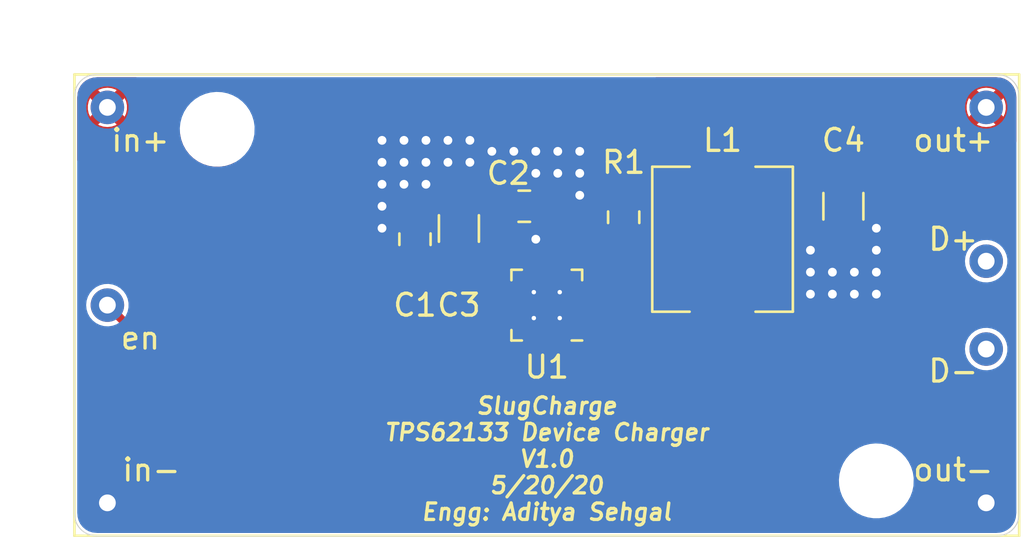
<source format=kicad_pcb>
(kicad_pcb (version 20200512) (host pcbnew "(5.99.0-1662-g9db296991)")

  (general
    (thickness 1.6)
    (drawings 9)
    (tracks 60)
    (modules 8)
    (nets 10)
  )

  (paper "A4")
  (layers
    (0 "F.Cu" signal)
    (31 "B.Cu" signal)
    (32 "B.Adhes" user)
    (33 "F.Adhes" user)
    (34 "B.Paste" user)
    (35 "F.Paste" user)
    (36 "B.SilkS" user)
    (37 "F.SilkS" user)
    (38 "B.Mask" user)
    (39 "F.Mask" user)
    (40 "Dwgs.User" user)
    (41 "Cmts.User" user)
    (42 "Eco1.User" user)
    (43 "Eco2.User" user)
    (44 "Edge.Cuts" user)
    (45 "Margin" user)
    (46 "B.CrtYd" user hide)
    (47 "F.CrtYd" user hide)
    (48 "B.Fab" user hide)
    (49 "F.Fab" user hide)
  )

  (setup
    (stackup
      (layer "F.SilkS" (type "Top Silk Screen"))
      (layer "F.Paste" (type "Top Solder Paste"))
      (layer "F.Mask" (type "Top Solder Mask") (color "Green") (thickness 0.01))
      (layer "F.Cu" (type "copper") (thickness 0.035))
      (layer "dielectric 1" (type "core") (thickness 1.51) (material "FR4") (epsilon_r 4.5) (loss_tangent 0.02))
      (layer "B.Cu" (type "copper") (thickness 0.035))
      (layer "B.Mask" (type "Bottom Solder Mask") (color "Green") (thickness 0.01))
      (layer "B.Paste" (type "Bottom Solder Paste"))
      (layer "B.SilkS" (type "Bottom Silk Screen"))
      (copper_finish "None")
      (dielectric_constraints no)
    )
    (last_trace_width 0.25)
    (user_trace_width 0.381)
    (trace_clearance 0.2)
    (zone_clearance 0.254)
    (zone_45_only no)
    (trace_min 0.127)
    (clearance_min 0.127)
    (via_min_annulus 0.05)
    (via_min_size 0.4)
    (through_hole_min 0.3)
    (via_size 0.8)
    (via_drill 0.4)
    (uvia_size 0.3)
    (uvia_drill 0.1)
    (uvias_allowed no)
    (uvia_min_size 0.2)
    (uvia_min_drill 0.1)
    (max_error 0.005)
    (filled_areas_thickness no)
    (defaults
      (edge_clearance 0.01)
      (edge_cuts_line_width 0.05)
      (courtyard_line_width 0.05)
      (copper_line_width 0.2)
      (copper_text_dims (size 1.5 1.5) (thickness 0.3))
      (silk_line_width 0.12)
      (silk_text_dims (size 1 1) (thickness 0.15))
      (fab_layers_line_width 0.1)
      (fab_layers_text_dims (size 1 1) (thickness 0.15))
      (other_layers_line_width 0.1)
      (other_layers_text_dims (size 1 1) (thickness 0.15))
      (dimension_units 0)
      (dimension_precision 1)
    )
    (pad_size 1.524 1.524)
    (pad_drill 0.762)
    (pad_to_mask_clearance 0.05)
    (aux_axis_origin 0 0)
    (visible_elements 7FFFFFFF)
    (pcbplotparams
      (layerselection 0x010fc_ffffffff)
      (usegerberextensions false)
      (usegerberattributes true)
      (usegerberadvancedattributes true)
      (creategerberjobfile true)
      (svguseinch false)
      (svgprecision 6)
      (excludeedgelayer true)
      (linewidth 0.100000)
      (plotframeref false)
      (viasonmask false)
      (mode 1)
      (useauxorigin false)
      (hpglpennumber 1)
      (hpglpenspeed 20)
      (hpglpendiameter 15.000000)
      (psnegative false)
      (psa4output false)
      (plotreference true)
      (plotvalue true)
      (plotinvisibletext false)
      (sketchpadsonfab false)
      (subtractmaskfromsilk false)
      (outputformat 1)
      (mirror false)
      (drillshape 0)
      (scaleselection 1)
      (outputdirectory "Gerber/")
    )
  )

  (net 0 "")
  (net 1 "Net-(C2-Pad1)")
  (net 2 "Net-(DB1-Pad6)")
  (net 3 "Net-(DB1-Pad7)")
  (net 4 "Net-(L1-Pad1)")
  (net 5 "Net-(R1-Pad1)")
  (net 6 "GNDREF")
  (net 7 "/Vin")
  (net 8 "/+5V")
  (net 9 "/EN")

  (net_class "Default" "This is the default net class."
    (clearance 0.2)
    (trace_width 0.25)
    (via_dia 0.8)
    (via_drill 0.4)
    (uvia_dia 0.3)
    (uvia_drill 0.1)
    (add_net "/+5V")
    (add_net "/EN")
    (add_net "/Vin")
    (add_net "GNDREF")
    (add_net "Net-(C2-Pad1)")
    (add_net "Net-(DB1-Pad6)")
    (add_net "Net-(DB1-Pad7)")
    (add_net "Net-(L1-Pad1)")
    (add_net "Net-(R1-Pad1)")
  )

  (module "Daughterboards:DB_43x21" (layer "F.Cu") (tedit 5EC9962B) (tstamp ff6d3b28-2b51-4879-8be4-258ff2d66f43)
    (at 10.5 10.5)
    (path "/c65c6eec-2efe-4e3d-bb6f-04dc1189683d")
    (fp_text reference "DB1" (at 1.5 -0.75) (layer "F.SilkS") hide
      (effects (font (size 1 1) (thickness 0.15)))
    )
    (fp_text value "DB_42x21" (at 20.32 5.08) (layer "F.Fab")
      (effects (font (size 1 1) (thickness 0.15)))
    )
    (fp_line (start 22.86 -2.54) (end 43.18 -2.54) (layer "Dwgs.User") (width 0.12))
    (fp_line (start -2.54 0) (end -2.54 7.62) (layer "Dwgs.User") (width 0.12))
    (fp_text user "21mm" (at -2.54 10.16 90 unlocked) (layer "Dwgs.User")
      (effects (font (size 1 1) (thickness 0.15)))
    )
    (fp_text user "43mm" (at 20.32 -2.54 unlocked) (layer "Dwgs.User")
      (effects (font (size 1 1) (thickness 0.15)))
    )
    (fp_line (start -2.54 12.7) (end -2.54 20.32) (layer "Dwgs.User") (width 0.12))
    (fp_line (start 0 -2.54) (end 17.78 -2.54) (layer "Dwgs.User") (width 0.12))
    (fp_line (start 43 0) (end 43 21) (layer "F.CrtYd") (width 0.12))
    (fp_line (start 43 0) (end 43 21) (layer "F.SilkS") (width 0.12))
    (fp_line (start 0 21) (end 0 0) (layer "F.CrtYd") (width 0.12))
    (fp_line (start 43 21) (end 0 21) (layer "F.CrtYd") (width 0.12))
    (fp_line (start 0 0) (end 43 0) (layer "F.CrtYd") (width 0.12))
    (fp_line (start 0 21) (end 0 0) (layer "F.SilkS") (width 0.12))
    (fp_line (start 43 21) (end 0 21) (layer "F.SilkS") (width 0.12))
    (fp_line (start 0 0) (end 43 0) (layer "F.SilkS") (width 0.12))
    (fp_text user "in+" (at 3 3) (layer "F.SilkS")
      (effects (font (size 1 1) (thickness 0.15)))
    )
    (fp_text user "D+" (at 40 7.5) (layer "F.SilkS")
      (effects (font (size 1 1) (thickness 0.15)))
    )
    (fp_text user "in-" (at 3.5 18) (layer "F.SilkS")
      (effects (font (size 1 1) (thickness 0.15)))
    )
    (fp_text user "D-" (at 40 13.5) (layer "F.SilkS")
      (effects (font (size 1 1) (thickness 0.15)))
    )
    (fp_text user "out+" (at 40 3) (layer "F.SilkS")
      (effects (font (size 1 1) (thickness 0.15)))
    )
    (fp_text user "en" (at 3 12) (layer "F.SilkS")
      (effects (font (size 1 1) (thickness 0.15)))
    )
    (fp_text user "out-" (at 40 18) (layer "F.SilkS")
      (effects (font (size 1 1) (thickness 0.15)))
    )
    (pad "1" thru_hole circle (at 1.5 1.5) (size 1.524 1.524) (drill 0.762) (layers *.Cu *.Mask)
      (net 7 "/Vin") (pinfunction "in+") (tstamp 160172a3-c22e-4bb5-9ee3-8e5476660768))
    (pad "2" thru_hole circle (at 1.5 19.5) (size 1.524 1.524) (drill 0.762) (layers *.Cu *.Mask)
      (net 6 "GNDREF") (pinfunction "GND") (tstamp 1e3f4cb4-d482-44e7-bb07-8a639c2bf220))
    (pad "" np_thru_hole circle (at 6.5 2.5) (size 3 3) (drill 3) (layers *.Cu *.Mask) (tstamp c62ffdf4-b107-47c2-b244-63978219e3ce))
    (pad "5" thru_hole circle (at 1.5 10.5) (size 1.524 1.524) (drill 0.762) (layers *.Cu *.Mask)
      (net 9 "/EN") (pinfunction "en") (tstamp 5debef9c-6499-4fb3-b052-9c1c2cd41e7c))
    (pad "4" thru_hole circle (at 41.5 19.5) (size 1.524 1.524) (drill 0.762) (layers *.Cu *.Mask)
      (net 6 "GNDREF") (pinfunction "GND") (tstamp 5e95701f-612c-443d-8176-5f5aabc426ac))
    (pad "" np_thru_hole circle (at 36.5 18.5) (size 3 3) (drill 3) (layers *.Cu *.Mask) (tstamp 7da3c5e6-9daa-45e5-8180-5a2c3eaa80ca))
    (pad "6" thru_hole circle (at 41.5 8.5) (size 1.524 1.524) (drill 0.762) (layers *.Cu *.Mask)
      (net 2 "Net-(DB1-Pad6)") (pinfunction "D+") (tstamp 07c327e8-bbcf-4aa5-83db-11345bd1b5bb))
    (pad "3" thru_hole circle (at 41.5 1.5) (size 1.524 1.524) (drill 0.762) (layers *.Cu *.Mask)
      (net 8 "/+5V") (pinfunction "out+") (tstamp 61ab4b0e-e3d0-4564-bec7-58e0e1b026a5))
    (pad "7" thru_hole circle (at 41.5 12.5) (size 1.524 1.524) (drill 0.762) (layers *.Cu *.Mask)
      (net 3 "Net-(DB1-Pad7)") (pinfunction "D-") (tstamp e2681d0b-7dba-4435-be8e-c7550e1d3d24))
    (model "${KISYS3DMOD}/Connector_PinHeader_2.54mm.3dshapes/PinHeader_1x01_P2.54mm_Vertical.wrl"
      (offset (xyz 1.5 -1.5 -1.8))
      (scale (xyz 1 1 1))
      (rotate (xyz 180 0 0))
    )
    (model "${KISYS3DMOD}/Connector_PinHeader_2.54mm.3dshapes/PinHeader_1x01_P2.54mm_Vertical.wrl"
      (offset (xyz 41.5 -1.5 -1.8))
      (scale (xyz 1 1 1))
      (rotate (xyz 180 0 0))
    )
    (model "${KISYS3DMOD}/Connector_PinHeader_2.54mm.3dshapes/PinHeader_1x01_P2.54mm_Vertical.wrl"
      (offset (xyz 41.5 -8.5 -1.8))
      (scale (xyz 1 1 1))
      (rotate (xyz 180 0 0))
    )
    (model "${KISYS3DMOD}/Connector_PinHeader_2.54mm.3dshapes/PinHeader_1x01_P2.54mm_Vertical.wrl"
      (offset (xyz 41.5 -12.5 -1.8))
      (scale (xyz 1 1 1))
      (rotate (xyz 180 0 0))
    )
    (model "${KISYS3DMOD}/Connector_PinHeader_2.54mm.3dshapes/PinHeader_1x01_P2.54mm_Vertical.wrl"
      (offset (xyz 41.5 -19.5 -1.8))
      (scale (xyz 1 1 1))
      (rotate (xyz 180 0 0))
    )
    (model "${KISYS3DMOD}/Connector_PinHeader_2.54mm.3dshapes/PinHeader_1x01_P2.54mm_Vertical.wrl"
      (offset (xyz 1.5 -19.5 -1.8))
      (scale (xyz 1 1 1))
      (rotate (xyz 180 0 0))
    )
    (model "${KISYS3DMOD}/Connector_PinHeader_2.54mm.3dshapes/PinHeader_1x01_P2.54mm_Vertical.wrl"
      (offset (xyz 1.5 -10.5 -1.8))
      (scale (xyz 1 1 1))
      (rotate (xyz 180 0 0))
    )
  )

  (module "Capacitor_SMD:C_1206_3216Metric_Pad1.42x1.75mm_HandSolder" (layer "F.Cu") (tedit 5ED117D6) (tstamp 9726051b-9829-4487-a51c-6de4ed5f1e8a)
    (at 45.5 16.5 -90)
    (descr "Capacitor SMD 1206 (3216 Metric), square (rectangular) end terminal, IPC_7351 nominal with elongated pad for handsoldering. (Body size source: http://www.tortai-tech.com/upload/download/2011102023233369053.pdf), generated with kicad-footprint-generator")
    (tags "capacitor handsolder")
    (path "/0a45903b-3d52-4936-8fb5-29c9ecfdafe6")
    (attr smd)
    (fp_text reference "C4" (at -3 0 180) (layer "F.SilkS")
      (effects (font (size 1 1) (thickness 0.15)))
    )
    (fp_text value "22µF" (at 0 1.43 -90) (layer "F.Fab")
      (effects (font (size 1 1) (thickness 0.15)))
    )
    (fp_text user "${REFERENCE}" (at 0 0 -90) (layer "F.Fab")
      (effects (font (size 0.4 0.4) (thickness 0.06)))
    )
    (fp_line (start 2.45 1.12) (end -2.45 1.12) (layer "F.CrtYd") (width 0.05))
    (fp_line (start 2.45 -1.12) (end 2.45 1.12) (layer "F.CrtYd") (width 0.05))
    (fp_line (start -2.45 -1.12) (end 2.45 -1.12) (layer "F.CrtYd") (width 0.05))
    (fp_line (start -2.45 1.12) (end -2.45 -1.12) (layer "F.CrtYd") (width 0.05))
    (fp_line (start -0.602064 0.91) (end 0.602064 0.91) (layer "F.SilkS") (width 0.12))
    (fp_line (start -0.602064 -0.91) (end 0.602064 -0.91) (layer "F.SilkS") (width 0.12))
    (fp_line (start 1.6 0.8) (end -1.6 0.8) (layer "F.Fab") (width 0.1))
    (fp_line (start 1.6 -0.8) (end 1.6 0.8) (layer "F.Fab") (width 0.1))
    (fp_line (start -1.6 -0.8) (end 1.6 -0.8) (layer "F.Fab") (width 0.1))
    (fp_line (start -1.6 0.8) (end -1.6 -0.8) (layer "F.Fab") (width 0.1))
    (pad "2" smd roundrect (at 1.4875 0 270) (size 1.425 1.75) (layers "F.Cu" "F.Paste" "F.Mask") (roundrect_rratio 0.1754385964912281)
      (net 6 "GNDREF") (tstamp 6c7176ab-50e8-4bca-ab54-2e0f8e1a6d69))
    (pad "1" smd roundrect (at -1.4875 0 270) (size 1.425 1.75) (layers "F.Cu" "F.Paste" "F.Mask") (roundrect_rratio 0.1754385964912281)
      (net 8 "/+5V") (tstamp 0da95a37-3ed3-4e64-b241-63e927c7e1de))
    (model "${KISYS3DMOD}/Capacitor_SMD.3dshapes/C_1206_3216Metric.step"
      (at (xyz 0 0 0))
      (scale (xyz 1 1 1))
      (rotate (xyz 0 0 0))
    )
  )

  (module "Inductor_SMD:L_6.3x6.3_H3" (layer "F.Cu") (tedit 5EC99EE5) (tstamp dba6d136-f62d-41bc-82e3-74ceb877ff86)
    (at 40 18 90)
    (descr "Choke, SMD, 6.3x6.3mm 3mm height")
    (tags "Choke SMD")
    (path "/63007f3e-7661-40ac-a104-bd4a437b9a2c")
    (attr smd)
    (fp_text reference "L1" (at 4.5 0 180) (layer "F.SilkS")
      (effects (font (size 1 1) (thickness 0.15)))
    )
    (fp_text value "2.2µH" (at 0 4.45 90) (layer "F.Fab")
      (effects (font (size 1 1) (thickness 0.15)))
    )
    (fp_arc (start 0 0) (end 1.91 1.91) (angle 90) (layer "F.Fab") (width 0.1))
    (fp_arc (start 0 0) (end -1.91 -1.91) (angle 90) (layer "F.Fab") (width 0.1))
    (fp_line (start -3.15 3.15) (end 3.15 3.15) (layer "F.Fab") (width 0.1))
    (fp_line (start -3.15 -3.15) (end 3.15 -3.15) (layer "F.Fab") (width 0.1))
    (fp_line (start -3.15 -3.15) (end -3.15 -1.5) (layer "F.Fab") (width 0.1))
    (fp_line (start -3.15 3.15) (end -3.15 1.5) (layer "F.Fab") (width 0.1))
    (fp_line (start 3.15 -3.15) (end 3.15 -1.5) (layer "F.Fab") (width 0.1))
    (fp_line (start 3.15 3.15) (end 3.15 1.5) (layer "F.Fab") (width 0.1))
    (fp_line (start 3.75 -3.4) (end -3.75 -3.4) (layer "F.CrtYd") (width 0.05))
    (fp_line (start 3.75 3.4) (end 3.75 -3.4) (layer "F.CrtYd") (width 0.05))
    (fp_line (start -3.75 3.4) (end 3.75 3.4) (layer "F.CrtYd") (width 0.05))
    (fp_line (start -3.75 -3.4) (end -3.75 3.4) (layer "F.CrtYd") (width 0.05))
    (fp_line (start 3.3 -3.2) (end 3.3 -1.5) (layer "F.SilkS") (width 0.12))
    (fp_line (start -3.3 -3.2) (end 3.3 -3.2) (layer "F.SilkS") (width 0.12))
    (fp_line (start -3.3 -1.5) (end -3.3 -3.2) (layer "F.SilkS") (width 0.12))
    (fp_line (start -3.3 3.2) (end -3.3 1.5) (layer "F.SilkS") (width 0.12))
    (fp_line (start 3.3 3.2) (end -3.3 3.2) (layer "F.SilkS") (width 0.12))
    (fp_line (start 3.3 1.5) (end 3.3 3.2) (layer "F.SilkS") (width 0.12))
    (fp_text user "${REFERENCE}" (at 0 0 90) (layer "F.Fab")
      (effects (font (size 1 1) (thickness 0.15)))
    )
    (pad "2" smd rect (at 2.75 0 90) (size 1.5 2.4) (layers "F.Cu" "F.Paste" "F.Mask")
      (net 8 "/+5V") (tstamp 7e39eed1-2110-45f4-86a4-045cb489fd37))
    (pad "1" smd rect (at -2.75 0 90) (size 1.5 2.4) (layers "F.Cu" "F.Paste" "F.Mask")
      (net 4 "Net-(L1-Pad1)") (tstamp 707ca7a9-d254-4533-badd-a9ddac8e93ee))
    (model "${KISYS3DMOD}/Inductor_SMD.3dshapes/L_6.3x6.3_H3.wrl"
      (at (xyz 0 0 0))
      (scale (xyz 1 1 1))
      (rotate (xyz 0 0 0))
    )
    (model "${KISYS3DMOD}/Inductor_SMD.3dshapes/L_Bourns_SRR1260.wrl"
      (at (xyz 0 0 0))
      (scale (xyz 0.5 0.5 0.5))
      (rotate (xyz 0 0 0))
    )
  )

  (module "Package_DFN_QFN:VQFN-16-1EP_3x3mm_P0.5mm_EP1.68x1.68mm_ThermalVias" (layer "F.Cu") (tedit 5EC99E03) (tstamp 03ddbedc-5dcb-49a6-9aed-e9576649a607)
    (at 32 21 180)
    (descr "VQFN, 16 Pin (http://www.ti.com/lit/ds/symlink/tlv62095.pdf), generated with kicad-footprint-generator ipc_noLead_generator.py")
    (tags "VQFN NoLead")
    (path "/f1482d05-c58e-4233-b640-16428b63b3f6")
    (attr smd)
    (fp_text reference "U1" (at 0 -2.82 180) (layer "F.SilkS")
      (effects (font (size 1 1) (thickness 0.15)))
    )
    (fp_text value "TPS62133" (at 0 2.82 180) (layer "F.Fab")
      (effects (font (size 1 1) (thickness 0.15)))
    )
    (fp_text user "${REFERENCE}" (at 0 0 180) (layer "F.Fab")
      (effects (font (size 0.75 0.75) (thickness 0.11)))
    )
    (fp_line (start 2.12 -2.12) (end -2.12 -2.12) (layer "F.CrtYd") (width 0.05))
    (fp_line (start 2.12 2.12) (end 2.12 -2.12) (layer "F.CrtYd") (width 0.05))
    (fp_line (start -2.12 2.12) (end 2.12 2.12) (layer "F.CrtYd") (width 0.05))
    (fp_line (start -2.12 -2.12) (end -2.12 2.12) (layer "F.CrtYd") (width 0.05))
    (fp_line (start -1.5 -0.75) (end -0.75 -1.5) (layer "F.Fab") (width 0.1))
    (fp_line (start -1.5 1.5) (end -1.5 -0.75) (layer "F.Fab") (width 0.1))
    (fp_line (start 1.5 1.5) (end -1.5 1.5) (layer "F.Fab") (width 0.1))
    (fp_line (start 1.5 -1.5) (end 1.5 1.5) (layer "F.Fab") (width 0.1))
    (fp_line (start -0.75 -1.5) (end 1.5 -1.5) (layer "F.Fab") (width 0.1))
    (fp_line (start -1.135 -1.61) (end -1.61 -1.61) (layer "F.SilkS") (width 0.12))
    (fp_line (start 1.61 1.61) (end 1.61 1.135) (layer "F.SilkS") (width 0.12))
    (fp_line (start 1.135 1.61) (end 1.61 1.61) (layer "F.SilkS") (width 0.12))
    (fp_line (start -1.61 1.61) (end -1.61 1.135) (layer "F.SilkS") (width 0.12))
    (fp_line (start -1.135 1.61) (end -1.61 1.61) (layer "F.SilkS") (width 0.12))
    (fp_line (start 1.61 -1.61) (end 1.61 -1.135) (layer "F.SilkS") (width 0.12))
    (fp_line (start 1.135 -1.61) (end 1.61 -1.61) (layer "F.SilkS") (width 0.12))
    (pad "" smd roundrect (at 0.42 0.42 180) (size 0.73 0.73) (layers "F.Paste") (roundrect_rratio 0.25) (tstamp fb7cf0f4-3cf9-4da9-9399-20968bd1716d))
    (pad "" smd roundrect (at 0.42 -0.42 180) (size 0.73 0.73) (layers "F.Paste") (roundrect_rratio 0.25) (tstamp 5954d15b-0a3b-4378-ad0a-3d31e8dea3d3))
    (pad "" smd roundrect (at -0.42 0.42 180) (size 0.73 0.73) (layers "F.Paste") (roundrect_rratio 0.25) (tstamp cd0b6d1e-f00c-4a07-863f-b9fb28546fc8))
    (pad "" smd roundrect (at -0.42 -0.42 180) (size 0.73 0.73) (layers "F.Paste") (roundrect_rratio 0.25) (tstamp 1cf82cd4-7823-4523-aff4-fdebe5057d05))
    (pad "17" smd rect (at 0 0 180) (size 1.68 1.68) (layers "B.Cu")
      (net 6 "GNDREF") (pinfunction "EP") (tstamp ca7025ac-aed2-4658-9309-05d5c139002b))
    (pad "17" thru_hole circle (at 0.59 0.59 180) (size 0.5 0.5) (drill 0.2) (layers *.Cu)
      (net 6 "GNDREF") (pinfunction "EP") (tstamp e30e30c3-2f7e-49ac-a3b3-d427100ffe21))
    (pad "17" thru_hole circle (at -0.59 0.59 180) (size 0.5 0.5) (drill 0.2) (layers *.Cu)
      (net 6 "GNDREF") (pinfunction "EP") (tstamp 991d7e16-ff2d-4988-858a-2bf112b05bbb))
    (pad "17" thru_hole circle (at 0.59 -0.59 180) (size 0.5 0.5) (drill 0.2) (layers *.Cu)
      (net 6 "GNDREF") (pinfunction "EP") (tstamp edfb8c19-20dd-4ad3-b363-6c2fdaec53c7))
    (pad "17" thru_hole circle (at -0.59 -0.59 180) (size 0.5 0.5) (drill 0.2) (layers *.Cu)
      (net 6 "GNDREF") (pinfunction "EP") (tstamp 590f9e36-89a9-46c0-888c-cd9c7d53a813))
    (pad "17" smd rect (at 0 0 180) (size 1.68 1.68) (layers "F.Cu" "F.Mask")
      (net 6 "GNDREF") (pinfunction "EP") (tstamp 30f7fc08-54f6-43b4-9c83-50f0cf67978b))
    (pad "16" smd roundrect (at -0.75 -1.4625 180) (size 0.25 0.825) (layers "F.Cu" "F.Paste" "F.Mask") (roundrect_rratio 0.25)
      (net 6 "GNDREF") (pinfunction "PGND") (tstamp 71f4bcb6-2de3-4def-acb1-1e5e8605cabd))
    (pad "15" smd roundrect (at -0.25 -1.4625 180) (size 0.25 0.825) (layers "F.Cu" "F.Paste" "F.Mask") (roundrect_rratio 0.25)
      (net 6 "GNDREF") (pinfunction "PGND") (tstamp f2b0f33b-0e16-4599-a24b-90aa79b480b4))
    (pad "14" smd roundrect (at 0.25 -1.4625 180) (size 0.25 0.825) (layers "F.Cu" "F.Paste" "F.Mask") (roundrect_rratio 0.25)
      (net 8 "/+5V") (pinfunction "VOS") (tstamp 23ba9dd4-5caf-4275-a8ac-ddc09994d9d0))
    (pad "13" smd roundrect (at 0.75 -1.4625 180) (size 0.25 0.825) (layers "F.Cu" "F.Paste" "F.Mask") (roundrect_rratio 0.25)
      (net 9 "/EN") (pinfunction "en") (tstamp 9f43ddfc-567a-4519-8478-25496ea46342))
    (pad "12" smd roundrect (at 1.4625 -0.75 180) (size 0.825 0.25) (layers "F.Cu" "F.Paste" "F.Mask") (roundrect_rratio 0.25)
      (net 7 "/Vin") (pinfunction "PVin") (tstamp a72cee26-1de5-4c2e-a8e3-6e3b5b3d784f))
    (pad "11" smd roundrect (at 1.4625 -0.25 180) (size 0.825 0.25) (layers "F.Cu" "F.Paste" "F.Mask") (roundrect_rratio 0.25)
      (net 7 "/Vin") (pinfunction "PVin") (tstamp 86a264d0-9a16-45e4-a31e-63d18cd5f050))
    (pad "10" smd roundrect (at 1.4625 0.25 180) (size 0.825 0.25) (layers "F.Cu" "F.Paste" "F.Mask") (roundrect_rratio 0.25)
      (net 7 "/Vin") (pinfunction "AVin") (tstamp 99ba74b6-f0eb-4a77-ae82-c0d6948a42f8))
    (pad "9" smd roundrect (at 1.4625 0.75 180) (size 0.825 0.25) (layers "F.Cu" "F.Paste" "F.Mask") (roundrect_rratio 0.25)
      (net 1 "Net-(C2-Pad1)") (pinfunction "SS_TR") (tstamp 27183d50-1ee2-49df-8ee1-5a7baec279ea))
    (pad "8" smd roundrect (at 0.75 1.4625 180) (size 0.25 0.825) (layers "F.Cu" "F.Paste" "F.Mask") (roundrect_rratio 0.25)
      (net 6 "GNDREF") (pinfunction "DEF") (tstamp 54caf56d-4af1-4633-9ac3-c4430145f902))
    (pad "7" smd roundrect (at 0.25 1.4625 180) (size 0.25 0.825) (layers "F.Cu" "F.Paste" "F.Mask") (roundrect_rratio 0.25)
      (net 8 "/+5V") (pinfunction "FSW") (tstamp 70fbb1c1-eda9-42ed-9d5e-1e3505b303c5))
    (pad "6" smd roundrect (at -0.25 1.4625 180) (size 0.25 0.825) (layers "F.Cu" "F.Paste" "F.Mask") (roundrect_rratio 0.25)
      (net 6 "GNDREF") (pinfunction "AGND") (tstamp 0afd6d55-9d7a-4d59-adc7-8b6e40132a13))
    (pad "5" smd roundrect (at -0.75 1.4625 180) (size 0.25 0.825) (layers "F.Cu" "F.Paste" "F.Mask") (roundrect_rratio 0.25)
      (net 6 "GNDREF") (pinfunction "FB") (tstamp 23dd0eef-8ef6-44a9-926a-221f719cd81e))
    (pad "4" smd roundrect (at -1.4625 0.75 180) (size 0.825 0.25) (layers "F.Cu" "F.Paste" "F.Mask") (roundrect_rratio 0.25)
      (net 5 "Net-(R1-Pad1)") (pinfunction "PG") (tstamp 7fe302a1-d82c-4f29-b581-51672de17af1))
    (pad "3" smd roundrect (at -1.4625 0.25 180) (size 0.825 0.25) (layers "F.Cu" "F.Paste" "F.Mask") (roundrect_rratio 0.25)
      (net 4 "Net-(L1-Pad1)") (pinfunction "SW") (tstamp 762d6128-f932-42f2-8747-b0ac9099c6dc))
    (pad "2" smd roundrect (at -1.4625 -0.25 180) (size 0.825 0.25) (layers "F.Cu" "F.Paste" "F.Mask") (roundrect_rratio 0.25)
      (net 4 "Net-(L1-Pad1)") (pinfunction "SW") (tstamp 5416f1d0-28fc-418a-a445-df4bff88fa98))
    (pad "1" smd roundrect (at -1.4625 -0.75 180) (size 0.825 0.25) (layers "F.Cu" "F.Paste" "F.Mask") (roundrect_rratio 0.25)
      (net 4 "Net-(L1-Pad1)") (pinfunction "SW") (tstamp 82735c3e-7233-4328-90d2-166f7ba4bf9e))
    (model "${KISYS3DMOD}/Package_DFN_QFN.3dshapes/VQFN-16-1EP_3x3mm_P0.5mm_EP1.68x1.68mm.wrl"
      (at (xyz 0 0 0))
      (scale (xyz 1 1 1))
      (rotate (xyz 0 0 0))
    )
    (model "${KISYS3DMOD}/Package_DFN_QFN.3dshapes/UQFN-16-1EP_3x3mm_P0.5mm_EP1.75x1.75mm.step"
      (at (xyz 0 0 0))
      (scale (xyz 1 1 1))
      (rotate (xyz 0 0 0))
    )
  )

  (module "Resistor_SMD:R_0805_2012Metric_Pad1.15x1.40mm_HandSolder" (layer "F.Cu") (tedit 5B36C52B) (tstamp 2abed1be-5bb8-4e73-90c8-1735eafd54b2)
    (at 35.5 17 90)
    (descr "Resistor SMD 0805 (2012 Metric), square (rectangular) end terminal, IPC_7351 nominal with elongated pad for handsoldering. (Body size source: https://docs.google.com/spreadsheets/d/1BsfQQcO9C6DZCsRaXUlFlo91Tg2WpOkGARC1WS5S8t0/edit?usp=sharing), generated with kicad-footprint-generator")
    (tags "resistor handsolder")
    (path "/486c1189-10ac-4c9b-8653-01d5bcea019a")
    (attr smd)
    (fp_text reference "R1" (at 2.5 0 180) (layer "F.SilkS")
      (effects (font (size 1 1) (thickness 0.15)))
    )
    (fp_text value "100K" (at 0 1.65 90) (layer "F.Fab")
      (effects (font (size 1 1) (thickness 0.15)))
    )
    (fp_text user "${REFERENCE}" (at 0 0 90) (layer "F.Fab")
      (effects (font (size 0.5 0.5) (thickness 0.08)))
    )
    (fp_line (start 1.85 0.95) (end -1.85 0.95) (layer "F.CrtYd") (width 0.05))
    (fp_line (start 1.85 -0.95) (end 1.85 0.95) (layer "F.CrtYd") (width 0.05))
    (fp_line (start -1.85 -0.95) (end 1.85 -0.95) (layer "F.CrtYd") (width 0.05))
    (fp_line (start -1.85 0.95) (end -1.85 -0.95) (layer "F.CrtYd") (width 0.05))
    (fp_line (start -0.261252 0.71) (end 0.261252 0.71) (layer "F.SilkS") (width 0.12))
    (fp_line (start -0.261252 -0.71) (end 0.261252 -0.71) (layer "F.SilkS") (width 0.12))
    (fp_line (start 1 0.6) (end -1 0.6) (layer "F.Fab") (width 0.1))
    (fp_line (start 1 -0.6) (end 1 0.6) (layer "F.Fab") (width 0.1))
    (fp_line (start -1 -0.6) (end 1 -0.6) (layer "F.Fab") (width 0.1))
    (fp_line (start -1 0.6) (end -1 -0.6) (layer "F.Fab") (width 0.1))
    (pad "2" smd roundrect (at 1.025 0 90) (size 1.15 1.4) (layers "F.Cu" "F.Paste" "F.Mask") (roundrect_rratio 0.2173904347826087)
      (net 8 "/+5V") (tstamp be0a1f05-f98d-451e-9114-98f39d915389))
    (pad "1" smd roundrect (at -1.025 0 90) (size 1.15 1.4) (layers "F.Cu" "F.Paste" "F.Mask") (roundrect_rratio 0.2173904347826087)
      (net 5 "Net-(R1-Pad1)") (tstamp a5f14d15-53c3-45ae-9c5a-47458a8d69c6))
    (model "${KISYS3DMOD}/Resistor_SMD.3dshapes/R_0805_2012Metric.wrl"
      (at (xyz 0 0 0))
      (scale (xyz 1 1 1))
      (rotate (xyz 0 0 0))
    )
  )

  (module "Capacitor_SMD:C_1206_3216Metric_Pad1.42x1.75mm_HandSolder" (layer "F.Cu") (tedit 5B301BBE) (tstamp 9e1e1641-7062-4714-a896-b97cbde46deb)
    (at 28 17.5125 90)
    (descr "Capacitor SMD 1206 (3216 Metric), square (rectangular) end terminal, IPC_7351 nominal with elongated pad for handsoldering. (Body size source: http://www.tortai-tech.com/upload/download/2011102023233369053.pdf), generated with kicad-footprint-generator")
    (tags "capacitor handsolder")
    (path "/f76cb8c9-e97e-43e9-994b-572b098b592d")
    (attr smd)
    (fp_text reference "C3" (at -3.4875 0 180) (layer "F.SilkS")
      (effects (font (size 1 1) (thickness 0.15)))
    )
    (fp_text value "10µF" (at 0 1.82 90) (layer "F.Fab")
      (effects (font (size 1 1) (thickness 0.15)))
    )
    (fp_text user "${REFERENCE}" (at 0 0 90) (layer "F.Fab")
      (effects (font (size 0.8 0.8) (thickness 0.12)))
    )
    (fp_line (start 2.45 1.12) (end -2.45 1.12) (layer "F.CrtYd") (width 0.05))
    (fp_line (start 2.45 -1.12) (end 2.45 1.12) (layer "F.CrtYd") (width 0.05))
    (fp_line (start -2.45 -1.12) (end 2.45 -1.12) (layer "F.CrtYd") (width 0.05))
    (fp_line (start -2.45 1.12) (end -2.45 -1.12) (layer "F.CrtYd") (width 0.05))
    (fp_line (start -0.602064 0.91) (end 0.602064 0.91) (layer "F.SilkS") (width 0.12))
    (fp_line (start -0.602064 -0.91) (end 0.602064 -0.91) (layer "F.SilkS") (width 0.12))
    (fp_line (start 1.6 0.8) (end -1.6 0.8) (layer "F.Fab") (width 0.1))
    (fp_line (start 1.6 -0.8) (end 1.6 0.8) (layer "F.Fab") (width 0.1))
    (fp_line (start -1.6 -0.8) (end 1.6 -0.8) (layer "F.Fab") (width 0.1))
    (fp_line (start -1.6 0.8) (end -1.6 -0.8) (layer "F.Fab") (width 0.1))
    (pad "2" smd roundrect (at 1.4875 0 90) (size 1.425 1.75) (layers "F.Cu" "F.Paste" "F.Mask") (roundrect_rratio 0.1754385964912281)
      (net 6 "GNDREF") (tstamp 6c7176ab-50e8-4bca-ab54-2e0f8e1a6d69))
    (pad "1" smd roundrect (at -1.4875 0 90) (size 1.425 1.75) (layers "F.Cu" "F.Paste" "F.Mask") (roundrect_rratio 0.1754385964912281)
      (net 7 "/Vin") (tstamp 0da95a37-3ed3-4e64-b241-63e927c7e1de))
    (model "${KISYS3DMOD}/Capacitor_SMD.3dshapes/C_1206_3216Metric.wrl"
      (at (xyz 0 0 0))
      (scale (xyz 1 1 1))
      (rotate (xyz 0 0 0))
    )
  )

  (module "Capacitor_SMD:C_0805_2012Metric_Pad1.15x1.40mm_HandSolder" (layer "F.Cu") (tedit 5B36C52B) (tstamp 98b62b9a-6950-4188-8d7e-82ca26070c6b)
    (at 30.975 16.5)
    (descr "Capacitor SMD 0805 (2012 Metric), square (rectangular) end terminal, IPC_7351 nominal with elongated pad for handsoldering. (Body size source: https://docs.google.com/spreadsheets/d/1BsfQQcO9C6DZCsRaXUlFlo91Tg2WpOkGARC1WS5S8t0/edit?usp=sharing), generated with kicad-footprint-generator")
    (tags "capacitor handsolder")
    (path "/7d1fd7d5-2b9c-43ad-9d61-276daf86cc0c")
    (attr smd)
    (fp_text reference "C2" (at -0.725 -1.5) (layer "F.SilkS")
      (effects (font (size 1 1) (thickness 0.15)))
    )
    (fp_text value "620pF" (at 0 1.65) (layer "F.Fab")
      (effects (font (size 1 1) (thickness 0.15)))
    )
    (fp_text user "${REFERENCE}" (at 0 0) (layer "F.Fab")
      (effects (font (size 0.5 0.5) (thickness 0.08)))
    )
    (fp_line (start 1.85 0.95) (end -1.85 0.95) (layer "F.CrtYd") (width 0.05))
    (fp_line (start 1.85 -0.95) (end 1.85 0.95) (layer "F.CrtYd") (width 0.05))
    (fp_line (start -1.85 -0.95) (end 1.85 -0.95) (layer "F.CrtYd") (width 0.05))
    (fp_line (start -1.85 0.95) (end -1.85 -0.95) (layer "F.CrtYd") (width 0.05))
    (fp_line (start -0.261252 0.71) (end 0.261252 0.71) (layer "F.SilkS") (width 0.12))
    (fp_line (start -0.261252 -0.71) (end 0.261252 -0.71) (layer "F.SilkS") (width 0.12))
    (fp_line (start 1 0.6) (end -1 0.6) (layer "F.Fab") (width 0.1))
    (fp_line (start 1 -0.6) (end 1 0.6) (layer "F.Fab") (width 0.1))
    (fp_line (start -1 -0.6) (end 1 -0.6) (layer "F.Fab") (width 0.1))
    (fp_line (start -1 0.6) (end -1 -0.6) (layer "F.Fab") (width 0.1))
    (pad "2" smd roundrect (at 1.025 0) (size 1.15 1.4) (layers "F.Cu" "F.Paste" "F.Mask") (roundrect_rratio 0.2173904347826087)
      (net 6 "GNDREF") (tstamp 14719395-db60-498f-90f6-2937e6798992))
    (pad "1" smd roundrect (at -1.025 0) (size 1.15 1.4) (layers "F.Cu" "F.Paste" "F.Mask") (roundrect_rratio 0.2173904347826087)
      (net 1 "Net-(C2-Pad1)") (tstamp 93db0968-6c1b-4a62-b7aa-e8b6b818e126))
    (model "${KISYS3DMOD}/Capacitor_SMD.3dshapes/C_0805_2012Metric.wrl"
      (at (xyz 0 0 0))
      (scale (xyz 1 1 1))
      (rotate (xyz 0 0 0))
    )
  )

  (module "Capacitor_SMD:C_0805_2012Metric_Pad1.15x1.40mm_HandSolder" (layer "F.Cu") (tedit 5B36C52B) (tstamp 60f19bc5-41ed-4136-babb-bd082658c0ad)
    (at 26 18 90)
    (descr "Capacitor SMD 0805 (2012 Metric), square (rectangular) end terminal, IPC_7351 nominal with elongated pad for handsoldering. (Body size source: https://docs.google.com/spreadsheets/d/1BsfQQcO9C6DZCsRaXUlFlo91Tg2WpOkGARC1WS5S8t0/edit?usp=sharing), generated with kicad-footprint-generator")
    (tags "capacitor handsolder")
    (path "/d9dfa453-db02-4981-8156-77a74b3e0e1a")
    (attr smd)
    (fp_text reference "C1" (at -3 0 180) (layer "F.SilkS")
      (effects (font (size 1 1) (thickness 0.15)))
    )
    (fp_text value "100nF" (at 0 1.65 90) (layer "F.Fab")
      (effects (font (size 1 1) (thickness 0.15)))
    )
    (fp_text user "${REFERENCE}" (at 0 0 90) (layer "F.Fab")
      (effects (font (size 0.5 0.5) (thickness 0.08)))
    )
    (fp_line (start 1.85 0.95) (end -1.85 0.95) (layer "F.CrtYd") (width 0.05))
    (fp_line (start 1.85 -0.95) (end 1.85 0.95) (layer "F.CrtYd") (width 0.05))
    (fp_line (start -1.85 -0.95) (end 1.85 -0.95) (layer "F.CrtYd") (width 0.05))
    (fp_line (start -1.85 0.95) (end -1.85 -0.95) (layer "F.CrtYd") (width 0.05))
    (fp_line (start -0.261252 0.71) (end 0.261252 0.71) (layer "F.SilkS") (width 0.12))
    (fp_line (start -0.261252 -0.71) (end 0.261252 -0.71) (layer "F.SilkS") (width 0.12))
    (fp_line (start 1 0.6) (end -1 0.6) (layer "F.Fab") (width 0.1))
    (fp_line (start 1 -0.6) (end 1 0.6) (layer "F.Fab") (width 0.1))
    (fp_line (start -1 -0.6) (end 1 -0.6) (layer "F.Fab") (width 0.1))
    (fp_line (start -1 0.6) (end -1 -0.6) (layer "F.Fab") (width 0.1))
    (pad "2" smd roundrect (at 1.025 0 90) (size 1.15 1.4) (layers "F.Cu" "F.Paste" "F.Mask") (roundrect_rratio 0.2173904347826087)
      (net 6 "GNDREF") (tstamp 14719395-db60-498f-90f6-2937e6798992))
    (pad "1" smd roundrect (at -1.025 0 90) (size 1.15 1.4) (layers "F.Cu" "F.Paste" "F.Mask") (roundrect_rratio 0.2173904347826087)
      (net 7 "/Vin") (tstamp 93db0968-6c1b-4a62-b7aa-e8b6b818e126))
    (model "${KISYS3DMOD}/Capacitor_SMD.3dshapes/C_0805_2012Metric.wrl"
      (at (xyz 0 0 0))
      (scale (xyz 1 1 1))
      (rotate (xyz 0 0 0))
    )
  )

  (gr_text "SlugCharge\nTPS62133 Device Charger\nV1.0\n5/20/20\nEngg: Aditya Sehgal" (at 32 28) (layer "F.SilkS") (tstamp d194e4d0-b993-4f4c-853e-e7eb9d18376a)
    (effects (font (size 0.75 0.75) (thickness 0.15) italic))
  )
  (gr_arc (start 52.5 11.5) (end 53.5 11.5) (angle -90) (layer "Edge.Cuts") (width 0.05) (tstamp d2812da7-99c4-44af-9fb8-ffd45f640ae9))
  (gr_arc (start 52.5 30.5) (end 52.5 31.5) (angle -90) (layer "Edge.Cuts") (width 0.05) (tstamp 39066260-c02c-489c-8449-ffa29fcbe846))
  (gr_arc (start 11.5 30.5) (end 10.5 30.5) (angle -90) (layer "Edge.Cuts") (width 0.05) (tstamp e8c27c33-40bb-40ef-8e8a-88e31859f5e9))
  (gr_arc (start 11.5 11.5) (end 11.5 10.5) (angle -90) (layer "Edge.Cuts") (width 0.05) (tstamp c11da98b-f612-4a71-92ab-6e14045ff3c0))
  (gr_line (start 10.5 30.5) (end 10.5 11.5) (layer "Edge.Cuts") (width 0.05) (tstamp 4f51764d-d520-447d-a3bb-48500912d84e))
  (gr_line (start 52.5 31.5) (end 11.5 31.5) (layer "Edge.Cuts") (width 0.05) (tstamp 0d4b31b9-fc01-4247-9fa3-0fb526796598))
  (gr_line (start 53.5 11.5) (end 53.5 30.5) (layer "Edge.Cuts") (width 0.05) (tstamp 0cf5115b-ed4a-4a14-8e5c-f426f64a48af))
  (gr_line (start 11.5 10.5) (end 52.5 10.5) (layer "Edge.Cuts") (width 0.05) (tstamp 065d5b45-a5e1-4737-abe0-a314bac880c7))

  (segment (start 31.75 19.077692) (end 31.75 19.5375) (width 0.25) (layer "F.Cu") (net 8) (tstamp 7efd295b-2f6f-4db4-8160-859240203c48))
  (segment (start 32.427692 18.4) (end 31.75 19.077692) (width 0.25) (layer "F.Cu") (net 8) (tstamp 16bffabc-555d-41a3-9579-6005faed28af))
  (via (at 47 20.5) (size 0.8) (drill 0.4) (layers "F.Cu" "B.Cu") (net 6) (tstamp d4188428-ed9b-4d7b-b654-4dbef0984534))
  (via (at 46 20.5) (size 0.8) (drill 0.4) (layers "F.Cu" "B.Cu") (net 6) (tstamp 47662909-f99b-4e0b-b2f4-bdce51a6ca8e))
  (via (at 45 20.5) (size 0.8) (drill 0.4) (layers "F.Cu" "B.Cu") (net 6) (tstamp 9bfa0563-39c0-4166-a445-ecbf9a13ea9f))
  (via (at 44 20.5) (size 0.8) (drill 0.4) (layers "F.Cu" "B.Cu") (net 6) (tstamp b759420d-d636-42ff-8e71-3a2947cdc2ea))
  (via (at 44 19.5) (size 0.8) (drill 0.4) (layers "F.Cu" "B.Cu") (net 6) (tstamp 86ac2e79-0e44-4a96-aba7-11f71f34b344))
  (via (at 44 18.5) (size 0.8) (drill 0.4) (layers "F.Cu" "B.Cu") (net 6) (tstamp ade77adc-d7ac-4231-8bc9-e5510b37c1cc))
  (via (at 47 17.5) (size 0.8) (drill 0.4) (layers "F.Cu" "B.Cu") (net 6) (tstamp 97944d18-8a90-4e9f-8fe9-740eee8f3044))
  (via (at 47 18.5) (size 0.8) (drill 0.4) (layers "F.Cu" "B.Cu") (net 6) (tstamp 49a89007-6d18-40e0-80aa-1d5e97e25172))
  (via (at 47 19.5) (size 0.8) (drill 0.4) (layers "F.Cu" "B.Cu") (net 6) (tstamp 1a62d534-ef2c-4df7-8c7c-0687a1f25cfd))
  (via (at 46 19.5) (size 0.8) (drill 0.4) (layers "F.Cu" "B.Cu") (net 6) (tstamp 1790180d-5002-4da1-ae44-3d0785f9e5f7))
  (via (at 45 19.5) (size 0.8) (drill 0.4) (layers "F.Cu" "B.Cu") (net 6) (tstamp b9224bbc-f46e-46d5-ab8a-120730077da9))
  (segment (start 30.5 17.05) (end 30.5 20.19699) (width 0.381) (layer "F.Cu") (net 1) (tstamp 4e1c4ecb-2f2a-4ead-a664-8b20a352157e))
  (segment (start 29.95 16.5) (end 30.5 17.05) (width 0.381) (layer "F.Cu") (net 1) (tstamp 355a7368-f2dc-4f87-b588-dcf3cb84d369))
  (segment (start 30.5 20.19699) (end 30.5375 20.23449) (width 0.381) (layer "F.Cu") (net 1) (tstamp 0e2d7dce-37f7-4fbf-93a8-ef252655a503))
  (segment (start 35.5 15.975) (end 34.852692 15.975) (width 0.381) (layer "F.Cu") (net 8) (tstamp 80375ad8-5ca5-4bf7-8756-db2c26df388d))
  (segment (start 34.852692 15.975) (end 32.427692 18.4) (width 0.381) (layer "F.Cu") (net 8) (tstamp ad2c8a69-5640-40dc-b1fa-d855cdb39613))
  (via (at 33.5 14) (size 0.8) (drill 0.4) (layers "F.Cu" "B.Cu") (net 6) (tstamp 2ab4ce1e-af67-4d3a-a0a3-630131d75777))
  (via (at 33.5 15) (size 0.8) (drill 0.4) (layers "F.Cu" "B.Cu") (net 6) (tstamp 064c5263-b704-4841-911a-380b652268d6))
  (via (at 29.5 14) (size 0.8) (drill 0.4) (layers "F.Cu" "B.Cu") (net 6) (tstamp 61c6efbe-caeb-41e1-aae8-df4c41c0c170))
  (via (at 30.5 14) (size 0.8) (drill 0.4) (layers "F.Cu" "B.Cu") (net 6) (tstamp 3b1f993a-82f5-4168-b9dd-de1ff3a6e29a))
  (via (at 24.5 17.5) (size 0.8) (drill 0.4) (layers "F.Cu" "B.Cu") (net 6) (tstamp ba4d0903-d1d5-420c-ac36-6195b844ae0f))
  (via (at 24.5 16.5) (size 0.8) (drill 0.4) (layers "F.Cu" "B.Cu") (net 6) (tstamp b2bab6fc-8305-4794-a79f-fac47d3fe85f))
  (via (at 24.5 15.5) (size 0.8) (drill 0.4) (layers "F.Cu" "B.Cu") (net 6) (tstamp e9cdee08-258f-4fe2-a8d2-6d20ad312455))
  (via (at 24.5 14.5) (size 0.8) (drill 0.4) (layers "F.Cu" "B.Cu") (net 6) (tstamp 0a6df7a9-eded-4664-817c-a0bb0b3ba685))
  (via (at 24.5 13.5) (size 0.8) (drill 0.4) (layers "F.Cu" "B.Cu") (net 6) (tstamp c2246e0a-4e0a-4963-bcec-cf1a0c21fa61))
  (via (at 31.5 18) (size 0.8) (drill 0.4) (layers "F.Cu" "B.Cu") (net 6) (tstamp 7d99c007-90c4-4806-94e6-3d6fdee5c39e))
  (via (at 33.5 16) (size 0.8) (drill 0.4) (layers "F.Cu" "B.Cu") (net 6) (tstamp 6f5e45a8-7e16-4192-a40c-f5063a5bbf79))
  (via (at 32.5 14) (size 0.8) (drill 0.4) (layers "F.Cu" "B.Cu") (net 6) (tstamp 71f84e77-2357-454e-9d3c-48c85b458b38))
  (via (at 31.5 14) (size 0.8) (drill 0.4) (layers "F.Cu" "B.Cu") (net 6) (tstamp 53679b62-62a4-44a3-9c72-10452b5d9b05))
  (via (at 32.5 15) (size 0.8) (drill 0.4) (layers "F.Cu" "B.Cu") (net 6) (tstamp 101f1307-8fd3-4be6-97f6-1b6501554556))
  (via (at 31.5 15) (size 0.8) (drill 0.4) (layers "F.Cu" "B.Cu") (net 6) (tstamp 48e766ee-98d9-4833-ac88-f67077216201))
  (via (at 25.5 13.5) (size 0.8) (drill 0.4) (layers "F.Cu" "B.Cu") (net 6) (tstamp f55ce563-c89f-4a2d-8ec7-61945a633f00))
  (via (at 26.5 13.5) (size 0.8) (drill 0.4) (layers "F.Cu" "B.Cu") (net 6) (tstamp ab185d98-63c7-462e-a9c1-9bc02af4c579))
  (via (at 27.5 13.5) (size 0.8) (drill 0.4) (layers "F.Cu" "B.Cu") (net 6) (tstamp dbd7ff6f-c21c-43be-b215-0301e6db7684))
  (via (at 28.5 13.5) (size 0.8) (drill 0.4) (layers "F.Cu" "B.Cu") (net 6) (tstamp 18cf7296-fbe7-47d3-843d-c89c1aa38bf4))
  (via (at 28.5 14.5) (size 0.8) (drill 0.4) (layers "F.Cu" "B.Cu") (net 6) (tstamp 8850bb8c-776a-4612-9606-9c10fc7d7cb8))
  (via (at 27.5 14.5) (size 0.8) (drill 0.4) (layers "F.Cu" "B.Cu") (net 6) (tstamp a832e517-4d41-4b8a-887f-6949d77eb682))
  (via (at 26.5 14.5) (size 0.8) (drill 0.4) (layers "F.Cu" "B.Cu") (net 6) (tstamp 84e6161a-e895-4a35-92d7-e484a1f5c7b4))
  (via (at 25.5 14.5) (size 0.8) (drill 0.4) (layers "F.Cu" "B.Cu") (net 6) (tstamp c211ed9b-d33c-46b7-be58-55429aaef8a7))
  (via (at 26.5 15.5) (size 0.8) (drill 0.4) (layers "F.Cu" "B.Cu") (net 6) (tstamp 94474ad4-66bc-4428-92b4-133d2409373f))
  (via (at 25.5 15.5) (size 0.8) (drill 0.4) (layers "F.Cu" "B.Cu") (net 6) (tstamp 75f41e40-2496-46bc-a098-faa1803a8655))
  (segment (start 43 23.5) (end 43 18) (width 0.381) (layer "F.Cu") (net 8) (tstamp fcacae2d-0e48-49d9-96a2-6cf1dd3e98f4))
  (segment (start 32.35 24.25) (end 42.25 24.25) (width 0.381) (layer "F.Cu") (net 8) (tstamp 5d228bb6-7c32-4f06-b1d9-721f56ab3935))
  (segment (start 31.75 22.4625) (end 31.75 23.65) (width 0.381) (layer "F.Cu") (net 8) (tstamp 02260cf2-a73d-4b4b-a93e-f92b07d4ad79))
  (segment (start 42.25 24.25) (end 43 23.5) (width 0.381) (layer "F.Cu") (net 8) (tstamp 7301cda6-14e8-4301-97b5-c69f10bfb865))
  (segment (start 45.5 15.5) (end 45.5 15.0125) (width 0.381) (layer "F.Cu") (net 8) (tstamp 7e577148-9b83-492c-8a61-8268f48ed9a9))
  (segment (start 31.75 23.65) (end 32.35 24.25) (width 0.381) (layer "F.Cu") (net 8) (tstamp ad50e8e7-2468-4fc1-a085-ee9835a15ccd))
  (segment (start 43 18) (end 45.5 15.5) (width 0.381) (layer "F.Cu") (net 8) (tstamp 6cb1da97-b762-4df5-806a-61bf44e84557))
  (segment (start 31.25 19.5375) (end 31.27501 19.56251) (width 0.25) (layer "F.Cu") (net 6) (tstamp d7e0f271-4850-40ab-8977-25add2365b9f))
  (segment (start 31.27501 19.56251) (end 31.27501 20.27501) (width 0.25) (layer "F.Cu") (net 6) (tstamp 1da280ac-b83d-44ef-a8b0-c9921858a11f))
  (segment (start 31.27501 20.27501) (end 31.41 20.41) (width 0.25) (layer "F.Cu") (net 6) (tstamp 0d2f419e-643c-48c8-bbf4-6313c1cba936))
  (segment (start 34.975 18.025) (end 33.4625 19.5375) (width 0.381) (layer "F.Cu") (net 5) (tstamp 44232518-b837-4a6e-af3f-fbbcdffdbdd4))
  (segment (start 35.5 18.025) (end 34.975 18.025) (width 0.381) (layer "F.Cu") (net 5) (tstamp 673340af-a9f2-4355-bf6e-403f469bbfc9))
  (segment (start 33.4625 19.5375) (end 33.4625 20.23449) (width 0.381) (layer "F.Cu") (net 5) (tstamp a134ea4e-a1ac-4057-99ac-79216cf2d3ea))
  (segment (start 15 24) (end 30.5 24) (width 0.381) (layer "F.Cu") (net 9) (tstamp 84792df4-66b9-4d06-8a69-b7c8f3e048de))
  (segment (start 12 21) (end 15 24) (width 0.381) (layer "F.Cu") (net 9) (tstamp 682244ee-2730-4d7c-96eb-bac746655a8f))
  (segment (start 30.5 24) (end 31.23449 23.26551) (width 0.381) (layer "F.Cu") (net 9) (tstamp a07863a7-6cfc-4c39-b452-1e41d6573c40))
  (segment (start 31.23449 23.26551) (end 31.23449 22.4625) (width 0.381) (layer "F.Cu") (net 9) (tstamp e3d9b03b-6adb-4d17-9461-4e48e3515d18))

  (zone (net 6) (net_name "GNDREF") (layer "F.Cu") (tstamp ba86a7b4-c38a-46e3-94d4-06e7b1a0dd08) (hatch edge 0.508)
    (priority 2)
    (connect_pads yes (clearance 0.127))
    (min_thickness 0.127) (filled_areas_thickness no)
    (fill yes (thermal_gap 0.127) (thermal_bridge_width 0.508) (smoothing fillet) (radius 0.5))
    (polygon
      (pts
        (xy 33 23.1) (xy 32 23.1) (xy 32 19) (xy 33 19)
      )
    )
    (filled_polygon
      (pts
        (xy 32.981694 19.018306) (xy 33 19.0625) (xy 33 19.9156) (xy 32.972223 19.967567) (xy 32.924473 19.999473)
        (xy 32.866456 20.086301) (xy 32.866455 20.086303) (xy 32.846082 20.188724) (xy 32.846082 20.311276) (xy 32.866455 20.413697)
        (xy 32.866456 20.413699) (xy 32.900919 20.465277) (xy 32.910251 20.512193) (xy 32.900919 20.534723) (xy 32.866456 20.586301)
        (xy 32.866455 20.586303) (xy 32.846082 20.688724) (xy 32.846082 20.811276) (xy 32.866455 20.913697) (xy 32.866456 20.913699)
        (xy 32.900919 20.965277) (xy 32.910251 21.012193) (xy 32.900919 21.034723) (xy 32.866456 21.086301) (xy 32.866455 21.086303)
        (xy 32.846082 21.188724) (xy 32.846082 21.311276) (xy 32.866455 21.413697) (xy 32.866456 21.413699) (xy 32.900919 21.465277)
        (xy 32.910251 21.512193) (xy 32.900919 21.534723) (xy 32.866456 21.586301) (xy 32.866455 21.586303) (xy 32.846082 21.688724)
        (xy 32.846082 21.811276) (xy 32.866455 21.913697) (xy 32.866456 21.913699) (xy 32.924473 22.000527) (xy 32.972223 22.032433)
        (xy 33 22.0844) (xy 33 22.595906) (xy 32.999465 22.604064) (xy 32.984037 22.721252) (xy 32.979815 22.737012)
        (xy 32.936163 22.842398) (xy 32.928004 22.856528) (xy 32.858562 22.947026) (xy 32.847026 22.958562) (xy 32.756528 23.028004)
        (xy 32.742398 23.036163) (xy 32.637012 23.079815) (xy 32.621252 23.084037) (xy 32.504064 23.099465) (xy 32.495906 23.1)
        (xy 32.205 23.1) (xy 32.160806 23.081694) (xy 32.1425 23.0375) (xy 32.1425 22.423844) (xy 32.119726 22.309355)
        (xy 32.119725 22.309352) (xy 32.089452 22.264046) (xy 32.078918 22.229322) (xy 32.078918 22.113724) (xy 32.058545 22.011303)
        (xy 32.010533 21.939449) (xy 32 21.904725) (xy 32 20.095275) (xy 32.010533 20.060551) (xy 32.058545 19.988697)
        (xy 32.078918 19.886276) (xy 32.078918 19.237109) (xy 32.097224 19.192915) (xy 32.271833 19.018306) (xy 32.316027 19)
        (xy 32.9375 19)
      )
    )
  )
  (zone (net 6) (net_name "GNDREF") (layer "B.Cu") (tstamp 44a0ad13-f51d-4fa7-a8e2-0f87e3bb8bfd) (hatch edge 0.508)
    (priority 2)
    (connect_pads yes (clearance 0.127))
    (min_thickness 0.127) (filled_areas_thickness no)
    (fill yes (thermal_gap 0.127) (thermal_bridge_width 0.508) (smoothing fillet) (radius 1))
    (polygon
      (pts
        (xy 53.5 31.5) (xy 10.5 31.5) (xy 10.5 10.5) (xy 53.5 10.5)
      )
    )
    (filled_polygon
      (pts
        (xy 52.475379 10.62887) (xy 52.48662 10.631683) (xy 52.486629 10.631685) (xy 52.668008 10.650108) (xy 52.680382 10.652648)
        (xy 52.835468 10.701249) (xy 52.847079 10.706225) (xy 52.989236 10.785024) (xy 52.999608 10.792233) (xy 53.123003 10.897995)
        (xy 53.131715 10.907144) (xy 53.231332 11.035571) (xy 53.238026 11.046283) (xy 53.309779 11.192103) (xy 53.314182 11.203943)
        (xy 53.355756 11.363548) (xy 53.35759 11.374507) (xy 53.368028 11.510153) (xy 53.36803 11.510161) (xy 53.368946 11.512579)
        (xy 53.373 11.534721) (xy 53.373001 30.460201) (xy 53.371131 30.475375) (xy 53.368317 30.48662) (xy 53.368315 30.486629)
        (xy 53.349892 30.668008) (xy 53.347352 30.680382) (xy 53.298749 30.835473) (xy 53.293773 30.847084) (xy 53.214976 30.989236)
        (xy 53.207767 30.999608) (xy 53.102005 31.123003) (xy 53.092856 31.131715) (xy 52.964433 31.231329) (xy 52.953721 31.238023)
        (xy 52.807891 31.309781) (xy 52.796051 31.314184) (xy 52.636452 31.355756) (xy 52.625493 31.35759) (xy 52.489847 31.368028)
        (xy 52.489839 31.36803) (xy 52.487421 31.368946) (xy 52.465279 31.373) (xy 11.539795 31.373) (xy 11.524621 31.37113)
        (xy 11.51338 31.368317) (xy 11.513371 31.368315) (xy 11.331992 31.349892) (xy 11.319618 31.347352) (xy 11.164527 31.298749)
        (xy 11.152916 31.293773) (xy 11.010764 31.214976) (xy 11.000392 31.207767) (xy 10.876997 31.102005) (xy 10.868285 31.092856)
        (xy 10.768671 30.964433) (xy 10.761977 30.953721) (xy 10.690219 30.807891) (xy 10.685816 30.796051) (xy 10.644244 30.636452)
        (xy 10.64241 30.625493) (xy 10.631972 30.489847) (xy 10.63197 30.489839) (xy 10.631054 30.487421) (xy 10.627 30.465279)
        (xy 10.627 28.950902) (xy 45.295706 28.950902) (xy 45.307889 29.209265) (xy 45.359011 29.462804) (xy 45.359013 29.462811)
        (xy 45.447894 29.705691) (xy 45.447901 29.705705) (xy 45.5725 29.932349) (xy 45.729951 30.137545) (xy 45.916632 30.316566)
        (xy 46.128247 30.465292) (xy 46.128248 30.465293) (xy 46.359914 30.58029) (xy 46.359929 30.580297) (xy 46.606307 30.658926)
        (xy 46.606315 30.658928) (xy 46.861782 30.69939) (xy 47.120411 30.700745) (xy 47.376289 30.662961) (xy 47.376294 30.66296)
        (xy 47.623502 30.586908) (xy 47.85636 30.47434) (xy 47.856364 30.474338) (xy 48.069518 30.327842) (xy 48.258061 30.150788)
        (xy 48.417658 29.947246) (xy 48.544628 29.72191) (xy 48.636052 29.479966) (xy 48.636054 29.479959) (xy 48.689827 29.22697)
        (xy 48.689827 29.226969) (xy 48.70009 28.870677) (xy 48.660968 28.615007) (xy 48.583621 28.368198) (xy 48.469834 28.135928)
        (xy 48.469832 28.135925) (xy 48.322221 27.923541) (xy 48.144185 27.735931) (xy 47.93981 27.577401) (xy 47.713813 27.451613)
        (xy 47.471392 27.361458) (xy 47.21813 27.309009) (xy 47.218118 27.309008) (xy 46.959842 27.295471) (xy 46.959827 27.295471)
        (xy 46.702457 27.321161) (xy 46.451952 27.38548) (xy 46.451943 27.385483) (xy 46.214043 27.486956) (xy 46.214037 27.486959)
        (xy 45.994215 27.623255) (xy 45.994213 27.623256) (xy 45.797541 27.79123) (xy 45.62854 27.98702) (xy 45.628533 27.98703)
        (xy 45.491098 28.206119) (xy 45.491094 28.206127) (xy 45.388373 28.443503) (xy 45.388371 28.44351) (xy 45.322743 28.693668)
        (xy 45.295706 28.950902) (xy 10.627 28.950902) (xy 10.627 22.996625) (xy 51.033045 22.996625) (xy 51.052116 23.191125)
        (xy 51.109907 23.377819) (xy 51.109909 23.377824) (xy 51.204056 23.549079) (xy 51.330725 23.697914) (xy 51.330727 23.697916)
        (xy 51.484722 23.818231) (xy 51.48473 23.818236) (xy 51.659781 23.905132) (xy 51.848736 23.955056) (xy 52.043865 23.965965)
        (xy 52.237206 23.937415) (xy 52.42085 23.870574) (xy 52.420849 23.870574) (xy 52.587304 23.768171) (xy 52.587316 23.768162)
        (xy 52.729769 23.634389) (xy 52.729778 23.634379) (xy 52.842426 23.474692) (xy 52.842427 23.47469) (xy 52.920673 23.29559)
        (xy 52.961304 23.10444) (xy 52.961304 23.104433) (xy 52.962011 22.902283) (xy 52.96201 22.902277) (xy 52.922715 22.710843)
        (xy 52.845724 22.531209) (xy 52.734185 22.370726) (xy 52.592656 22.23595) (xy 52.426918 22.132385) (xy 52.243744 22.064264)
        (xy 52.243736 22.064262) (xy 52.050616 22.034365) (xy 52.050601 22.034364) (xy 51.855406 22.04391) (xy 51.855402 22.043911)
        (xy 51.666114 22.092512) (xy 51.666107 22.092515) (xy 51.490452 22.178188) (xy 51.335614 22.29743) (xy 51.335613 22.297431)
        (xy 51.207914 22.445372) (xy 51.207912 22.445375) (xy 51.112567 22.615974) (xy 51.112565 22.615977) (xy 51.053474 22.802255)
        (xy 51.053473 22.802259) (xy 51.033045 22.996625) (xy 10.627 22.996625) (xy 10.627 20.996625) (xy 11.033045 20.996625)
        (xy 11.052116 21.191125) (xy 11.109907 21.377819) (xy 11.109909 21.377824) (xy 11.204056 21.549079) (xy 11.330725 21.697914)
        (xy 11.330727 21.697916) (xy 11.484722 21.818231) (xy 11.48473 21.818236) (xy 11.659781 21.905132) (xy 11.848736 21.955056)
        (xy 12.043865 21.965965) (xy 12.237206 21.937415) (xy 12.42085 21.870574) (xy 12.420849 21.870574) (xy 12.587304 21.768171)
        (xy 12.587316 21.768162) (xy 12.729769 21.634389) (xy 12.729778 21.634379) (xy 12.842426 21.474692) (xy 12.842427 21.47469)
        (xy 12.920673 21.29559) (xy 12.961304 21.10444) (xy 12.961304 21.104433) (xy 12.962011 20.902283) (xy 12.96201 20.902277)
        (xy 12.922715 20.710843) (xy 12.845724 20.531209) (xy 12.734185 20.370726) (xy 12.592656 20.23595) (xy 12.426918 20.132385)
        (xy 12.243744 20.064264) (xy 12.243736 20.064262) (xy 12.050616 20.034365) (xy 12.050601 20.034364) (xy 11.855406 20.04391)
        (xy 11.855402 20.043911) (xy 11.666114 20.092512) (xy 11.666107 20.092515) (xy 11.490452 20.178188) (xy 11.335614 20.29743)
        (xy 11.335613 20.297431) (xy 11.207914 20.445372) (xy 11.207912 20.445375) (xy 11.112567 20.615974) (xy 11.112565 20.615977)
        (xy 11.053474 20.802255) (xy 11.053473 20.802259) (xy 11.033045 20.996625) (xy 10.627 20.996625) (xy 10.627 18.996625)
        (xy 51.033045 18.996625) (xy 51.052116 19.191125) (xy 51.109907 19.377819) (xy 51.109909 19.377824) (xy 51.204056 19.549079)
        (xy 51.330725 19.697914) (xy 51.330727 19.697916) (xy 51.484722 19.818231) (xy 51.48473 19.818236) (xy 51.659781 19.905132)
        (xy 51.848736 19.955056) (xy 52.043865 19.965965) (xy 52.237206 19.937415) (xy 52.42085 19.870574) (xy 52.420849 19.870574)
        (xy 52.587304 19.768171) (xy 52.587316 19.768162) (xy 52.729769 19.634389) (xy 52.729778 19.634379) (xy 52.842426 19.474692)
        (xy 52.842427 19.47469) (xy 52.920673 19.29559) (xy 52.961304 19.10444) (xy 52.961304 19.104433) (xy 52.962011 18.902283)
        (xy 52.96201 18.902277) (xy 52.922715 18.710843) (xy 52.845724 18.531209) (xy 52.734185 18.370726) (xy 52.592656 18.23595)
        (xy 52.426918 18.132385) (xy 52.243744 18.064264) (xy 52.243736 18.064262) (xy 52.050616 18.034365) (xy 52.050601 18.034364)
        (xy 51.855406 18.04391) (xy 51.855402 18.043911) (xy 51.666114 18.092512) (xy 51.666107 18.092515) (xy 51.490452 18.178188)
        (xy 51.335614 18.29743) (xy 51.335613 18.297431) (xy 51.207914 18.445372) (xy 51.207912 18.445375) (xy 51.112567 18.615974)
        (xy 51.112565 18.615977) (xy 51.053474 18.802255) (xy 51.053473 18.802259) (xy 51.033045 18.996625) (xy 10.627 18.996625)
        (xy 10.627 11.996625) (xy 11.033045 11.996625) (xy 11.052116 12.191125) (xy 11.109907 12.377819) (xy 11.109909 12.377824)
        (xy 11.204056 12.549079) (xy 11.330725 12.697914) (xy 11.330727 12.697916) (xy 11.484722 12.818231) (xy 11.48473 12.818236)
        (xy 11.659781 12.905132) (xy 11.848736 12.955056) (xy 12.043865 12.965965) (xy 12.145871 12.950902) (xy 15.295706 12.950902)
        (xy 15.307889 13.209265) (xy 15.359011 13.462804) (xy 15.359013 13.462811) (xy 15.447894 13.705691) (xy 15.447901 13.705705)
        (xy 15.5725 13.932349) (xy 15.729951 14.137545) (xy 15.916632 14.316566) (xy 16.128247 14.465292) (xy 16.128248 14.465293)
        (xy 16.359914 14.58029) (xy 16.359929 14.580297) (xy 16.606307 14.658926) (xy 16.606315 14.658928) (xy 16.861782 14.69939)
        (xy 17.120411 14.700745) (xy 17.376289 14.662961) (xy 17.376294 14.66296) (xy 17.623502 14.586908) (xy 17.85636 14.47434)
        (xy 17.856364 14.474338) (xy 18.069518 14.327842) (xy 18.258061 14.150788) (xy 18.417658 13.947246) (xy 18.544628 13.72191)
        (xy 18.636052 13.479966) (xy 18.636054 13.479959) (xy 18.689827 13.22697) (xy 18.689827 13.226969) (xy 18.70009 12.870677)
        (xy 18.660968 12.615007) (xy 18.583621 12.368198) (xy 18.469834 12.135928) (xy 18.469832 12.135925) (xy 18.373016 11.996625)
        (xy 51.033045 11.996625) (xy 51.052116 12.191125) (xy 51.109907 12.377819) (xy 51.109909 12.377824) (xy 51.204056 12.549079)
        (xy 51.330725 12.697914) (xy 51.330727 12.697916) (xy 51.484722 12.818231) (xy 51.48473 12.818236) (xy 51.659781 12.905132)
        (xy 51.848736 12.955056) (xy 52.043865 12.965965) (xy 52.237206 12.937415) (xy 52.42085 12.870574) (xy 52.420849 12.870574)
        (xy 52.587304 12.768171) (xy 52.587316 12.768162) (xy 52.729769 12.634389) (xy 52.729778 12.634379) (xy 52.842426 12.474692)
        (xy 52.842427 12.47469) (xy 52.920673 12.29559) (xy 52.961304 12.10444) (xy 52.961304 12.104433) (xy 52.962011 11.902283)
        (xy 52.96201 11.902277) (xy 52.922715 11.710843) (xy 52.845724 11.531209) (xy 52.734185 11.370726) (xy 52.592656 11.23595)
        (xy 52.426918 11.132385) (xy 52.243744 11.064264) (xy 52.243736 11.064262) (xy 52.050616 11.034365) (xy 52.050601 11.034364)
        (xy 51.855406 11.04391) (xy 51.855402 11.043911) (xy 51.666114 11.092512) (xy 51.666107 11.092515) (xy 51.490452 11.178188)
        (xy 51.335614 11.29743) (xy 51.335613 11.297431) (xy 51.207914 11.445372) (xy 51.207912 11.445375) (xy 51.112567 11.615974)
        (xy 51.112565 11.615977) (xy 51.053474 11.802255) (xy 51.053473 11.802259) (xy 51.033045 11.996625) (xy 18.373016 11.996625)
        (xy 18.322221 11.923541) (xy 18.144185 11.735931) (xy 17.93981 11.577401) (xy 17.713813 11.451613) (xy 17.471392 11.361458)
        (xy 17.21813 11.309009) (xy 17.218118 11.309008) (xy 16.959842 11.295471) (xy 16.959827 11.295471) (xy 16.702457 11.321161)
        (xy 16.451952 11.38548) (xy 16.451943 11.385483) (xy 16.214043 11.486956) (xy 16.214037 11.486959) (xy 15.994215 11.623255)
        (xy 15.994213 11.623256) (xy 15.797541 11.79123) (xy 15.62854 11.98702) (xy 15.628533 11.98703) (xy 15.491098 12.206119)
        (xy 15.491094 12.206127) (xy 15.388373 12.443503) (xy 15.388371 12.44351) (xy 15.322743 12.693668) (xy 15.295706 12.950902)
        (xy 12.145871 12.950902) (xy 12.237206 12.937415) (xy 12.42085 12.870574) (xy 12.420849 12.870574) (xy 12.587304 12.768171)
        (xy 12.587316 12.768162) (xy 12.729769 12.634389) (xy 12.729778 12.634379) (xy 12.842426 12.474692) (xy 12.842427 12.47469)
        (xy 12.920673 12.29559) (xy 12.961304 12.10444) (xy 12.961304 12.104433) (xy 12.962011 11.902283) (xy 12.96201 11.902277)
        (xy 12.922715 11.710843) (xy 12.845724 11.531209) (xy 12.734185 11.370726) (xy 12.592656 11.23595) (xy 12.426918 11.132385)
        (xy 12.243744 11.064264) (xy 12.243736 11.064262) (xy 12.050616 11.034365) (xy 12.050601 11.034364) (xy 11.855406 11.04391)
        (xy 11.855402 11.043911) (xy 11.666114 11.092512) (xy 11.666107 11.092515) (xy 11.490452 11.178188) (xy 11.335614 11.29743)
        (xy 11.335613 11.297431) (xy 11.207914 11.445372) (xy 11.207912 11.445375) (xy 11.112567 11.615974) (xy 11.112565 11.615977)
        (xy 11.053474 11.802255) (xy 11.053473 11.802259) (xy 11.033045 11.996625) (xy 10.627 11.996625) (xy 10.627 11.539795)
        (xy 10.62887 11.524621) (xy 10.631683 11.51338) (xy 10.631685 11.513371) (xy 10.650108 11.331992) (xy 10.652648 11.319618)
        (xy 10.701249 11.164532) (xy 10.706225 11.152921) (xy 10.785024 11.010764) (xy 10.792233 11.000392) (xy 10.897995 10.876997)
        (xy 10.907144 10.868285) (xy 11.035571 10.768668) (xy 11.046283 10.761974) (xy 11.192103 10.690221) (xy 11.203943 10.685818)
        (xy 11.363548 10.644244) (xy 11.374507 10.64241) (xy 11.510153 10.631972) (xy 11.510161 10.63197) (xy 11.512579 10.631054)
        (xy 11.534721 10.627) (xy 52.460205 10.627)
      )
    )
  )
  (zone (net 6) (net_name "GNDREF") (layer "F.Cu") (tstamp 01bd4203-ceaa-4a80-a94b-b9ddd4a67be7) (hatch edge 0.508)
    (priority 1)
    (connect_pads yes (clearance 0.254))
    (min_thickness 0.127) (filled_areas_thickness no)
    (fill yes (thermal_gap 0.127) (thermal_bridge_width 0.508) (smoothing fillet) (radius 1))
    (polygon
      (pts
        (xy 53.5 31.5) (xy 10.5 31.5) (xy 10.5 10.5) (xy 53.5 10.5)
      )
    )
    (filled_polygon
      (pts
        (xy 53.227694 14.219904) (xy 53.246 14.264098) (xy 53.246001 30.452555) (xy 53.243255 30.470878) (xy 53.242349 30.473831)
        (xy 53.225225 30.642419) (xy 53.222685 30.654793) (xy 53.181777 30.785332) (xy 53.176801 30.796943) (xy 53.110472 30.916603)
        (xy 53.103263 30.926975) (xy 53.014239 31.030842) (xy 53.005091 31.039554) (xy 52.896993 31.123403) (xy 52.88628 31.130097)
        (xy 52.76353 31.190497) (xy 52.75169 31.1949) (xy 52.61547 31.230382) (xy 52.604511 31.232216) (xy 52.480131 31.241787)
        (xy 52.480125 31.241788) (xy 52.473362 31.243683) (xy 52.456503 31.246) (xy 11.547441 31.246) (xy 11.529118 31.243254)
        (xy 11.526167 31.242349) (xy 11.526168 31.242349) (xy 11.357581 31.225225) (xy 11.345207 31.222685) (xy 11.214668 31.181777)
        (xy 11.203057 31.176801) (xy 11.083397 31.110472) (xy 11.073025 31.103263) (xy 10.969158 31.014239) (xy 10.960446 31.005091)
        (xy 10.876597 30.896993) (xy 10.869903 30.88628) (xy 10.809503 30.76353) (xy 10.8051 30.75169) (xy 10.769618 30.61547)
        (xy 10.767784 30.604511) (xy 10.758213 30.480131) (xy 10.758212 30.480125) (xy 10.756317 30.473362) (xy 10.754 30.456503)
        (xy 10.754 29.084397) (xy 45.243109 29.084397) (xy 45.274878 29.343142) (xy 45.274879 29.343148) (xy 45.344549 29.594368)
        (xy 45.450587 29.832532) (xy 45.590658 30.052401) (xy 45.590661 30.052405) (xy 45.761697 30.249159) (xy 45.959934 30.418469)
        (xy 45.959935 30.41847) (xy 46.181027 30.556624) (xy 46.420101 30.660575) (xy 46.67191 30.728048) (xy 46.671927 30.728051)
        (xy 46.930939 30.757562) (xy 46.930945 30.757562) (xy 47.191493 30.748464) (xy 47.191488 30.748464) (xy 47.447815 30.700957)
        (xy 47.447825 30.700955) (xy 47.694321 30.616079) (xy 47.694324 30.616077) (xy 47.925566 30.4957) (xy 47.925572 30.495696)
        (xy 48.136478 30.342463) (xy 48.136484 30.342459) (xy 48.322425 30.159735) (xy 48.479317 29.951532) (xy 48.603715 29.72242)
        (xy 48.692881 29.477438) (xy 48.744854 29.221978) (xy 48.744854 29.221977) (xy 48.754081 28.869649) (xy 48.715546 28.611809)
        (xy 48.639326 28.362503) (xy 48.527089 28.127193) (xy 48.381303 27.911058) (xy 48.205183 27.718858) (xy 48.002575 27.554789)
        (xy 48.002572 27.554786) (xy 47.777952 27.422475) (xy 47.536236 27.324816) (xy 47.536226 27.324812) (xy 47.28273 27.263954)
        (xy 47.02303 27.241234) (xy 47.02301 27.241233) (xy 46.762815 27.257147) (xy 46.76281 27.257148) (xy 46.50781 27.31135)
        (xy 46.507803 27.311351) (xy 46.263617 27.402649) (xy 46.263609 27.402653) (xy 46.0356 27.52904) (xy 45.828767 27.687749)
        (xy 45.647668 27.875281) (xy 45.49628 28.087519) (xy 45.377927 28.319801) (xy 45.377924 28.319807) (xy 45.295203 28.567033)
        (xy 45.295202 28.567039) (xy 45.249932 28.82378) (xy 45.243109 29.084397) (xy 10.754 29.084397) (xy 10.754 15.068959)
        (xy 10.772306 15.024765) (xy 10.8165 15.006459) (xy 10.84946 15.015856) (xy 24.418304 23.437897) (xy 24.4462 23.476757)
        (xy 24.438447 23.52396) (xy 24.385344 23.5535) (xy 15.210834 23.5535) (xy 15.16664 23.535194) (xy 12.990337 21.358892)
        (xy 12.973584 21.300851) (xy 13.012865 21.127958) (xy 13.016043 20.90038) (xy 13.016043 20.900376) (xy 12.977341 20.70492)
        (xy 12.901415 20.520711) (xy 12.901414 20.52071) (xy 12.791152 20.354753) (xy 12.650753 20.213368) (xy 12.485571 20.101953)
        (xy 12.485567 20.101951) (xy 12.301893 20.024742) (xy 12.301889 20.02474) (xy 12.106724 19.984679) (xy 12.106706 19.984678)
        (xy 11.907477 19.983286) (xy 11.90747 19.983287) (xy 11.711757 20.020621) (xy 11.711748 20.020624) (xy 11.527014 20.095261)
        (xy 11.360293 20.204361) (xy 11.217932 20.34377) (xy 11.105364 20.508171) (xy 11.026874 20.691304) (xy 11.026872 20.69131)
        (xy 10.985447 20.886196) (xy 10.982665 21.085427) (xy 11.018635 21.281404) (xy 11.091979 21.466654) (xy 11.091979 21.466655)
        (xy 11.199916 21.634138) (xy 11.338325 21.777465) (xy 11.501938 21.891179) (xy 11.684525 21.970949) (xy 11.879123 22.013733)
        (xy 12.07832 22.017906) (xy 12.274544 21.983307) (xy 12.274547 21.983306) (xy 12.29227 21.976432) (xy 12.359064 21.990509)
        (xy 14.668563 24.300009) (xy 14.672247 24.304029) (xy 14.708568 24.347315) (xy 14.757518 24.375576) (xy 14.762116 24.378506)
        (xy 14.808391 24.410907) (xy 14.819711 24.413941) (xy 14.834782 24.420184) (xy 14.844931 24.426043) (xy 14.900578 24.435855)
        (xy 14.905903 24.437036) (xy 14.960484 24.451662) (xy 15.016768 24.446738) (xy 15.022215 24.4465) (xy 30.477788 24.4465)
        (xy 30.483236 24.446738) (xy 30.539515 24.451662) (xy 30.594098 24.437035) (xy 30.599424 24.435854) (xy 30.655069 24.426043)
        (xy 30.655068 24.426043) (xy 30.665216 24.420184) (xy 30.680294 24.413938) (xy 30.69161 24.410906) (xy 30.737878 24.378509)
        (xy 30.742476 24.375579) (xy 30.791432 24.347314) (xy 30.82776 24.304021) (xy 30.831444 24.300001) (xy 31.266139 23.865306)
        (xy 31.310333 23.847) (xy 31.361531 23.873653) (xy 31.371504 23.887897) (xy 31.374433 23.892495) (xy 31.402685 23.941431)
        (xy 31.402686 23.941432) (xy 31.445973 23.977754) (xy 31.449993 23.981438) (xy 32.018563 24.550009) (xy 32.022247 24.554029)
        (xy 32.058568 24.597315) (xy 32.107518 24.625576) (xy 32.112116 24.628506) (xy 32.158391 24.660907) (xy 32.169711 24.663941)
        (xy 32.184782 24.670184) (xy 32.194931 24.676043) (xy 32.250578 24.685855) (xy 32.255903 24.687036) (xy 32.310484 24.701662)
        (xy 32.366763 24.696738) (xy 32.372211 24.6965) (xy 42.227788 24.6965) (xy 42.233236 24.696738) (xy 42.289515 24.701662)
        (xy 42.344098 24.687035) (xy 42.349424 24.685854) (xy 42.405069 24.676043) (xy 42.405068 24.676043) (xy 42.415216 24.670184)
        (xy 42.430294 24.663938) (xy 42.44161 24.660906) (xy 42.487878 24.628509) (xy 42.492476 24.625579) (xy 42.541432 24.597314)
        (xy 42.57776 24.554021) (xy 42.581444 24.550001) (xy 43.300011 23.831435) (xy 43.304031 23.827751) (xy 43.347316 23.791431)
        (xy 43.375577 23.742481) (xy 43.378507 23.737883) (xy 43.410907 23.691609) (xy 43.413941 23.680289) (xy 43.420184 23.665218)
        (xy 43.426043 23.655069) (xy 43.435855 23.599422) (xy 43.437036 23.594097) (xy 43.451662 23.539516) (xy 43.446738 23.483237)
        (xy 43.4465 23.477789) (xy 43.4465 23.085427) (xy 50.982665 23.085427) (xy 51.018635 23.281404) (xy 51.091979 23.466654)
        (xy 51.091979 23.466655) (xy 51.199916 23.634138) (xy 51.338325 23.777465) (xy 51.501938 23.891179) (xy 51.684525 23.970949)
        (xy 51.879123 24.013733) (xy 52.07832 24.017906) (xy 52.274548 23.983306) (xy 52.460301 23.911257) (xy 52.460307 23.911254)
        (xy 52.62854 23.804491) (xy 52.772828 23.667088) (xy 52.88768 23.504273) (xy 52.887683 23.504268) (xy 52.968721 23.322255)
        (xy 52.968722 23.322253) (xy 53.012865 23.127958) (xy 53.016043 22.90038) (xy 53.016043 22.900376) (xy 52.977341 22.70492)
        (xy 52.901415 22.520711) (xy 52.901414 22.52071) (xy 52.791152 22.354753) (xy 52.650753 22.213368) (xy 52.485571 22.101953)
        (xy 52.485567 22.101951) (xy 52.301893 22.024742) (xy 52.301889 22.02474) (xy 52.106724 21.984679) (xy 52.106706 21.984678)
        (xy 51.907477 21.983286) (xy 51.90747 21.983287) (xy 51.711757 22.020621) (xy 51.711748 22.020624) (xy 51.527014 22.095261)
        (xy 51.360293 22.204361) (xy 51.217932 22.34377) (xy 51.105364 22.508171) (xy 51.026874 22.691304) (xy 51.026872 22.69131)
        (xy 50.985447 22.886196) (xy 50.982665 23.085427) (xy 43.4465 23.085427) (xy 43.4465 19.085427) (xy 50.982665 19.085427)
        (xy 51.018635 19.281404) (xy 51.091979 19.466654) (xy 51.091979 19.466655) (xy 51.199916 19.634138) (xy 51.338325 19.777465)
        (xy 51.501938 19.891179) (xy 51.684525 19.970949) (xy 51.879123 20.013733) (xy 52.07832 20.017906) (xy 52.274548 19.983306)
        (xy 52.460301 19.911257) (xy 52.460307 19.911254) (xy 52.62854 19.804491) (xy 52.772828 19.667088) (xy 52.88768 19.504273)
        (xy 52.887683 19.504268) (xy 52.968721 19.322255) (xy 52.968722 19.322253) (xy 53.012865 19.127958) (xy 53.016043 18.90038)
        (xy 53.016043 18.900376) (xy 52.977341 18.70492) (xy 52.901415 18.520711) (xy 52.901414 18.52071) (xy 52.791152 18.354753)
        (xy 52.650753 18.213368) (xy 52.485571 18.101953) (xy 52.485567 18.101951) (xy 52.301893 18.024742) (xy 52.301889 18.02474)
        (xy 52.106724 17.984679) (xy 52.106706 17.984678) (xy 51.907477 17.983286) (xy 51.90747 17.983287) (xy 51.711757 18.020621)
        (xy 51.711748 18.020624) (xy 51.527014 18.095261) (xy 51.360293 18.204361) (xy 51.217932 18.34377) (xy 51.105364 18.508171)
        (xy 51.026874 18.691304) (xy 51.026872 18.69131) (xy 50.985447 18.886196) (xy 50.982665 19.085427) (xy 43.4465 19.085427)
        (xy 43.4465 18.210833) (xy 43.464806 18.166639) (xy 44.85914 16.772306) (xy 44.903334 16.754) (xy 50.085776 16.754)
        (xy 50.110687 16.752776) (xy 50.305758 16.733564) (xy 50.305779 16.733561) (xy 50.354594 16.723851) (xy 50.354609 16.723847)
        (xy 50.542213 16.666939) (xy 50.588204 16.647888) (xy 50.761087 16.555481) (xy 50.761092 16.555479) (xy 50.802491 16.527815)
        (xy 50.95403 16.40345) (xy 50.954038 16.403443) (xy 50.972506 16.386704) (xy 50.972513 16.386698) (xy 53.139306 14.219904)
        (xy 53.1835 14.201598)
      )
    )
    (filled_polygon
      (pts
        (xy 32.37059 23.082963) (xy 32.370597 23.082965) (xy 32.499998 23.1) (xy 32.500002 23.1) (xy 32.629403 23.082965)
        (xy 32.62941 23.082963) (xy 32.659583 23.070465) (xy 32.707418 23.070466) (xy 32.746 23.128208) (xy 32.746 23.500001)
        (xy 32.748173 23.533144) (xy 32.748176 23.533181) (xy 32.76521 23.662566) (xy 32.765211 23.662568) (xy 32.781892 23.724824)
        (xy 32.775648 23.77225) (xy 32.721522 23.8035) (xy 32.560834 23.8035) (xy 32.51664 23.785194) (xy 32.214806 23.483361)
        (xy 32.1965 23.439167) (xy 32.1965 23.104391) (xy 32.214806 23.060197) (xy 32.282917 23.046648)
      )
    )
    (filled_polygon
      (pts
        (xy 36.32873 10.772306) (xy 36.347036 10.8165) (xy 36.330782 10.858542) (xy 34.572129 12.793059) (xy 34.572101 12.793091)
        (xy 34.557184 12.811104) (xy 34.557181 12.811108) (xy 34.446355 12.958235) (xy 34.446353 12.958237) (xy 34.421779 12.998017)
        (xy 34.421768 12.998036) (xy 34.339813 13.162982) (xy 34.322941 13.206617) (xy 34.322938 13.206627) (xy 34.272625 13.383805)
        (xy 34.26404 13.429817) (xy 34.247081 13.613185) (xy 34.246 13.636605) (xy 34.246 15.49999) (xy 34.247224 15.524901)
        (xy 34.266436 15.719971) (xy 34.266439 15.719992) (xy 34.276149 15.768807) (xy 34.276153 15.768822) (xy 34.300486 15.849038)
        (xy 34.284871 15.911375) (xy 32.084352 18.111894) (xy 32.016785 18.208391) (xy 32.016785 18.208392) (xy 31.997802 18.279233)
        (xy 31.981626 18.30725) (xy 31.511483 18.777394) (xy 31.502012 18.785167) (xy 31.475314 18.803006) (xy 31.394527 18.923914)
        (xy 31.392563 18.926307) (xy 31.391107 18.929032) (xy 31.361536 19.077691) (xy 31.361536 19.077692) (xy 31.367799 19.109179)
        (xy 31.369 19.121372) (xy 31.369 19.167608) (xy 31.367799 19.1798) (xy 31.366024 19.188722) (xy 31.366024 19.886277)
        (xy 31.390588 20.009766) (xy 31.390589 20.009768) (xy 31.460541 20.114459) (xy 31.565232 20.184411) (xy 31.565234 20.184412)
        (xy 31.688724 20.208976) (xy 31.811276 20.208976) (xy 31.925307 20.186294) (xy 31.972223 20.195626) (xy 32 20.247593)
        (xy 32 21.752407) (xy 31.981694 21.796601) (xy 31.925307 21.813706) (xy 31.811275 21.791024) (xy 31.688725 21.791024)
        (xy 31.565234 21.815588) (xy 31.56523 21.81559) (xy 31.534723 21.835974) (xy 31.487807 21.845306) (xy 31.465277 21.835974)
        (xy 31.43477 21.81559) (xy 31.434766 21.815588) (xy 31.311278 21.791024) (xy 31.31037 21.790935) (xy 31.310099 21.79079)
        (xy 31.308264 21.790425) (xy 31.308375 21.789868) (xy 31.268184 21.768382) (xy 31.254 21.728736) (xy 31.254 20.035198)
        (xy 31.252773 20.010243) (xy 31.242189 19.902904) (xy 31.24347 19.89868) (xy 31.241326 19.894148) (xy 31.233519 19.81497)
        (xy 31.223786 19.76609) (xy 31.223782 19.766071) (xy 31.166764 19.578319) (xy 31.166753 19.578289) (xy 31.147669 19.532272)
        (xy 31.055066 19.35924) (xy 31.055062 19.359233) (xy 31.027353 19.317819) (xy 31.027351 19.317816) (xy 30.960716 19.236743)
        (xy 30.9465 19.197058) (xy 30.9465 17.072208) (xy 30.946738 17.06676) (xy 30.951662 17.010484) (xy 30.937036 16.955902)
        (xy 30.935855 16.950578) (xy 30.926043 16.894931) (xy 30.920184 16.884782) (xy 30.913941 16.869711) (xy 30.910907 16.858389)
        (xy 30.878498 16.812104) (xy 30.875568 16.807505) (xy 30.847316 16.758569) (xy 30.847315 16.758568) (xy 30.805244 16.723266)
        (xy 30.782918 16.675388) (xy 30.782918 16.053857) (xy 30.782917 16.053849) (xy 30.714354 15.797971) (xy 30.714353 15.797968)
        (xy 30.600106 15.661815) (xy 30.446179 15.572945) (xy 30.27115 15.542083) (xy 30.27114 15.542082) (xy 29.628857 15.542082)
        (xy 29.628849 15.542083) (xy 29.372971 15.610646) (xy 29.372968 15.610647) (xy 29.236815 15.724894) (xy 29.147945 15.878821)
        (xy 29.117083 16.05385) (xy 29.117082 16.05386) (xy 29.117082 16.946143) (xy 29.117083 16.946151) (xy 29.185646 17.202029)
        (xy 29.185647 17.202032) (xy 29.299894 17.338185) (xy 29.453821 17.427055) (xy 29.62885 17.457917) (xy 29.628859 17.457918)
        (xy 29.991 17.457918) (xy 30.035194 17.476224) (xy 30.0535 17.520418) (xy 30.0535 18.446948) (xy 30.035194 18.491142)
        (xy 29.991 18.509448) (xy 29.956331 18.498951) (xy 29.89282 18.45661) (xy 29.892811 18.456604) (xy 29.871465 18.443838)
        (xy 29.698804 18.351743) (xy 29.698801 18.351741) (xy 29.652876 18.332756) (xy 29.652869 18.332754) (xy 29.46558 18.276047)
        (xy 29.465577 18.276046) (xy 29.416838 18.266368) (xy 29.416826 18.266366) (xy 29.222109 18.247222) (xy 29.222069 18.247219)
        (xy 29.197222 18.246) (xy 29.060378 18.246) (xy 29.0125 18.223674) (xy 28.950106 18.149315) (xy 28.796182 18.060447)
        (xy 28.796177 18.060445) (xy 28.621149 18.029583) (xy 28.621139 18.029582) (xy 27.378858 18.029582) (xy 27.37885 18.029583)
        (xy 27.122972 18.098146) (xy 27.122969 18.098147) (xy 26.986815 18.212394) (xy 26.985455 18.21475) (xy 26.984258 18.215441)
        (xy 26.9833 18.216583) (xy 26.982884 18.216234) (xy 26.931328 18.246) (xy 26.677859 18.246) (xy 26.646609 18.237627)
        (xy 26.621178 18.222945) (xy 26.62118 18.222945) (xy 26.44615 18.192083) (xy 26.44614 18.192082) (xy 25.553857 18.192082)
        (xy 25.55385 18.192083) (xy 25.360581 18.24387) (xy 25.344405 18.246) (xy 25.272506 18.246) (xy 25.26723 18.245777)
        (xy 25.13906 18.234919) (xy 25.128658 18.233144) (xy 25.017129 18.204243) (xy 25.007175 18.200743) (xy 24.889865 18.147992)
        (xy 24.885144 18.145625) (xy 18.174529 14.417507) (xy 18.144787 14.380042) (xy 18.161075 14.318294) (xy 18.322425 14.159735)
        (xy 18.479317 13.951532) (xy 18.603715 13.72242) (xy 18.692881 13.477438) (xy 18.744854 13.221978) (xy 18.744854 13.221977)
        (xy 18.754081 12.869649) (xy 18.715546 12.611809) (xy 18.639326 12.362503) (xy 18.527089 12.127193) (xy 18.381303 11.911058)
        (xy 18.205183 11.718858) (xy 18.002575 11.554789) (xy 18.002572 11.554786) (xy 17.777952 11.422475) (xy 17.536236 11.324816)
        (xy 17.536226 11.324812) (xy 17.28273 11.263954) (xy 17.02303 11.241234) (xy 17.02301 11.241233) (xy 16.762815 11.257147)
        (xy 16.76281 11.257148) (xy 16.50781 11.31135) (xy 16.507803 11.311351) (xy 16.263617 11.402649) (xy 16.263609 11.402653)
        (xy 16.0356 11.52904) (xy 15.828767 11.687749) (xy 15.647668 11.875281) (xy 15.49628 12.087519) (xy 15.377927 12.319801)
        (xy 15.377924 12.319807) (xy 15.295203 12.567033) (xy 15.295199 12.567051) (xy 15.270148 12.709122) (xy 15.244447 12.749466)
        (xy 15.178245 12.752904) (xy 14.40244 12.321901) (xy 14.396811 12.31837) (xy 14.264601 12.225282) (xy 14.254622 12.216532)
        (xy 14.156525 12.110082) (xy 14.148619 12.099423) (xy 14.075213 11.974668) (xy 14.069736 11.962581) (xy 14.024322 11.825135)
        (xy 14.021519 11.812162) (xy 14.004353 11.651385) (xy 14.004 11.64475) (xy 14.004 11.375012) (xy 14.003999 11.374993)
        (xy 14.002403 11.346566) (xy 13.980467 11.151866) (xy 13.980464 11.15185) (xy 13.96781 11.096408) (xy 13.903097 10.911467)
        (xy 13.878416 10.860216) (xy 13.871841 10.849752) (xy 13.863828 10.802592) (xy 13.891509 10.76358) (xy 13.924761 10.754)
        (xy 36.284536 10.754)
      )
    )
    (filled_polygon
      (pts
        (xy 34.795626 16.729023) (xy 34.878817 16.777053) (xy 34.878822 16.777055) (xy 35.05385 16.807917) (xy 35.053859 16.807918)
        (xy 35.946143 16.807918) (xy 35.94615 16.807917) (xy 36.139419 16.75613) (xy 36.155595 16.754) (xy 43.463667 16.754)
        (xy 43.507861 16.772306) (xy 43.526167 16.8165) (xy 43.507861 16.860694) (xy 42.699992 17.668563) (xy 42.695972 17.672247)
        (xy 42.652686 17.708568) (xy 42.652685 17.708569) (xy 42.624433 17.757505) (xy 42.621503 17.762105) (xy 42.589092 17.808392)
        (xy 42.58606 17.819709) (xy 42.579817 17.834782) (xy 42.573957 17.844933) (xy 42.573956 17.844934) (xy 42.564145 17.900576)
        (xy 42.562965 17.905901) (xy 42.548338 17.960485) (xy 42.553263 18.016775) (xy 42.553501 18.022223) (xy 42.553501 19.089543)
        (xy 42.535195 19.133737) (xy 42.491001 19.152043) (xy 42.459752 19.14367) (xy 42.440101 19.132325) (xy 42.440092 19.13232)
        (xy 42.319499 19.08237) (xy 42.319489 19.082367) (xy 42.255461 19.065211) (xy 42.255459 19.06521) (xy 42.126074 19.048176)
        (xy 42.126037 19.048173) (xy 42.092894 19.046) (xy 34.736334 19.046) (xy 34.69214 19.027694) (xy 34.673834 18.9835)
        (xy 34.69214 18.939306) (xy 34.797723 18.833723) (xy 34.841917 18.815417) (xy 34.873169 18.823792) (xy 34.878819 18.827054)
        (xy 34.87882 18.827055) (xy 35.05385 18.857917) (xy 35.053859 18.857918) (xy 35.946143 18.857918) (xy 35.946151 18.857917)
        (xy 36.202029 18.789354) (xy 36.202032 18.789353) (xy 36.338185 18.675106) (xy 36.427055 18.521179) (xy 36.457917 18.34615)
        (xy 36.457918 18.346141) (xy 36.457918 17.703857) (xy 36.457917 17.703849) (xy 36.389354 17.447971) (xy 36.389353 17.447968)
        (xy 36.275106 17.311815) (xy 36.121179 17.222945) (xy 35.94615 17.192083) (xy 35.94614 17.192082) (xy 35.053857 17.192082)
        (xy 35.053849 17.192083) (xy 34.797971 17.260646) (xy 34.797968 17.260647) (xy 34.661815 17.374894) (xy 34.572945 17.528821)
        (xy 34.542083 17.70385) (xy 34.542082 17.70386) (xy 34.542082 17.800584) (xy 34.523776 17.844778) (xy 33.302708 19.065847)
        (xy 33.275304 19.081667) (xy 33.275321 19.081716) (xy 33.275074 19.0818) (xy 33.274684 19.082025) (xy 33.273386 19.082373)
        (xy 33.273379 19.082375) (xy 33.152809 19.132317) (xy 33.152799 19.132322) (xy 33.095374 19.165476) (xy 33.095367 19.16548)
        (xy 33.001945 19.237166) (xy 32.955739 19.249547) (xy 32.914312 19.22563) (xy 32.853553 19.146447) (xy 32.749999 19.066987)
        (xy 32.629407 19.017036) (xy 32.629403 19.017035) (xy 32.507691 19.001012) (xy 32.466264 18.977095) (xy 32.453884 18.930889)
        (xy 32.471655 18.894853) (xy 32.520442 18.846066) (xy 32.548459 18.82989) (xy 32.6193 18.810907) (xy 32.619301 18.810907)
        (xy 32.715798 18.74334) (xy 34.720182 16.738956) (xy 34.764376 16.72065)
      )
    )
  )
  (zone (net 7) (net_name "/Vin") (layer "F.Cu") (tstamp 7e60aded-7bf1-4c6f-aea4-fae30d113a6e) (hatch edge 0.508)
    (priority 2)
    (connect_pads thru_hole_only (clearance 0.127))
    (min_thickness 0.127) (filled_areas_thickness no)
    (fill yes (thermal_gap 0.127) (thermal_bridge_width 0.508) (smoothing fillet) (radius 1))
    (polygon
      (pts
        (xy 13.75 10.5) (xy 13.75 12.25) (xy 25 18.5) (xy 29.5 18.5) (xy 31 19.5)
        (xy 31 23.5) (xy 25 23.5) (xy 10.5 14.5) (xy 10.5 10.5)
      )
    )
    (filled_polygon
      (pts
        (xy 13.334109 10.63658) (xy 13.414592 10.687151) (xy 13.425534 10.695877) (xy 13.554123 10.824466) (xy 13.562849 10.835408)
        (xy 13.6596 10.989388) (xy 13.665673 11.001998) (xy 13.725736 11.173648) (xy 13.72885 11.187292) (xy 13.749607 11.371512)
        (xy 13.75 11.37851) (xy 13.75 11.661593) (xy 13.772544 11.872733) (xy 13.83916 12.074355) (xy 13.946837 12.257354)
        (xy 13.946845 12.257365) (xy 14.090737 12.413509) (xy 14.264349 12.535749) (xy 15.27291 13.096061) (xy 15.304988 13.147752)
        (xy 15.307889 13.209265) (xy 15.359011 13.462804) (xy 15.359013 13.462811) (xy 15.447894 13.705691) (xy 15.447901 13.705705)
        (xy 15.5725 13.932349) (xy 15.729951 14.137545) (xy 15.916632 14.316566) (xy 16.128247 14.465292) (xy 16.128248 14.465293)
        (xy 16.359914 14.58029) (xy 16.359929 14.580297) (xy 16.606307 14.658926) (xy 16.606315 14.658928) (xy 16.861782 14.69939)
        (xy 17.120411 14.700745) (xy 17.376289 14.662961) (xy 17.376294 14.66296) (xy 17.623502 14.586908) (xy 17.772324 14.514965)
        (xy 17.829879 14.5166) (xy 24.773481 18.374155) (xy 24.773486 18.374158) (xy 24.927463 18.443398) (xy 25.090894 18.485747)
        (xy 25.090901 18.485748) (xy 25.259128 18.5) (xy 29.19416 18.5) (xy 29.200275 18.5003) (xy 29.385857 18.518546)
        (xy 29.397853 18.520928) (xy 29.57338 18.574073) (xy 29.584683 18.578745) (xy 29.749221 18.666508) (xy 29.754476 18.669651)
        (xy 30.07967 18.886446) (xy 30.107501 18.938449) (xy 30.107501 19.893883) (xy 30.079724 19.94585) (xy 29.999473 19.999473)
        (xy 29.941456 20.086301) (xy 29.941455 20.086303) (xy 29.921082 20.188724) (xy 29.921082 20.311276) (xy 29.941455 20.413697)
        (xy 29.941456 20.413699) (xy 29.999473 20.500527) (xy 30.086301 20.558544) (xy 30.086303 20.558545) (xy 30.188724 20.578918)
        (xy 30.327535 20.578918) (xy 30.362259 20.589452) (xy 30.384353 20.604215) (xy 30.384356 20.604216) (xy 30.537498 20.634678)
        (xy 30.5375 20.634678) (xy 30.690644 20.604216) (xy 30.690649 20.604214) (xy 30.712741 20.589452) (xy 30.747465 20.578918)
        (xy 30.886281 20.578918) (xy 30.88746 20.578802) (xy 30.887842 20.578918) (xy 30.889345 20.578918) (xy 30.889345 20.579374)
        (xy 30.933235 20.592691) (xy 30.956082 20.641001) (xy 30.956082 21.574246) (xy 30.955313 21.584019) (xy 30.954932 21.586425)
        (xy 30.954932 21.586426) (xy 30.955458 21.59012) (xy 30.956082 21.59893) (xy 30.956082 21.840001) (xy 30.972805 21.924073)
        (xy 30.970376 21.924556) (xy 30.965355 21.975533) (xy 30.941456 22.011301) (xy 30.941455 22.011303) (xy 30.921082 22.113724)
        (xy 30.921082 22.206111) (xy 30.910549 22.240834) (xy 30.864766 22.309353) (xy 30.864765 22.309355) (xy 30.841991 22.423844)
        (xy 30.841991 22.423846) (xy 30.84199 23.020233) (xy 30.834654 23.049613) (xy 30.834417 23.050058) (xy 30.827566 23.060328)
        (xy 30.711012 23.202349) (xy 30.702348 23.211012) (xy 30.560326 23.327566) (xy 30.550139 23.334373) (xy 30.388114 23.420977)
        (xy 30.376795 23.425666) (xy 30.200979 23.478999) (xy 30.188962 23.481389) (xy 30.003056 23.499699) (xy 29.99693 23.5)
        (xy 25.288008 23.5) (xy 25.28223 23.499732) (xy 25.10679 23.483443) (xy 25.095431 23.481316) (xy 24.928773 23.433799)
        (xy 24.918 23.429616) (xy 24.760348 23.350935) (xy 24.755298 23.348116) (xy 10.975332 14.795034) (xy 10.970119 14.791419)
        (xy 10.817169 14.673441) (xy 10.807973 14.664726) (xy 10.684037 14.520742) (xy 10.676788 14.510352) (xy 10.634882 14.43502)
        (xy 10.627 14.404637) (xy 10.627 12.782273) (xy 11.576937 12.782273) (xy 11.636418 12.816613) (xy 11.636426 12.816617)
        (xy 11.814147 12.874361) (xy 12 12.893896) (xy 12.185853 12.874361) (xy 12.363574 12.816617) (xy 12.363582 12.816613)
        (xy 12.423063 12.782273) (xy 12 12.35921) (xy 11.576937 12.782273) (xy 10.627 12.782273) (xy 10.627 11.906562)
        (xy 11.111001 11.906562) (xy 11.111001 12.093438) (xy 11.149853 12.276224) (xy 11.149856 12.276232) (xy 11.215998 12.424792)
        (xy 11.64079 12) (xy 12.35921 12) (xy 12.784002 12.424792) (xy 12.850144 12.276232) (xy 12.850147 12.276224)
        (xy 12.888999 12.093438) (xy 12.888999 11.906562) (xy 12.850147 11.723776) (xy 12.850144 11.723768) (xy 12.784002 11.575208)
        (xy 12.35921 12) (xy 11.64079 12) (xy 11.215998 11.575208) (xy 11.149856 11.723768) (xy 11.149853 11.723776)
        (xy 11.111001 11.906562) (xy 10.627 11.906562) (xy 10.627 11.539795) (xy 10.62887 11.524621) (xy 10.631683 11.51338)
        (xy 10.631685 11.513371) (xy 10.650108 11.331992) (xy 10.652648 11.319618) (xy 10.684578 11.217727) (xy 11.576937 11.217727)
        (xy 12 11.64079) (xy 12.423063 11.217727) (xy 12.363582 11.183387) (xy 12.363574 11.183383) (xy 12.185853 11.125639)
        (xy 12 11.106104) (xy 11.814147 11.125639) (xy 11.636426 11.183383) (xy 11.636418 11.183387) (xy 11.576937 11.217727)
        (xy 10.684578 11.217727) (xy 10.701249 11.164532) (xy 10.706225 11.152921) (xy 10.785024 11.010764) (xy 10.792233 11.000392)
        (xy 10.897995 10.876997) (xy 10.907144 10.868285) (xy 11.035571 10.768668) (xy 11.046283 10.761974) (xy 11.192103 10.690221)
        (xy 11.203943 10.685818) (xy 11.363548 10.644244) (xy 11.374507 10.64241) (xy 11.510153 10.631972) (xy 11.510161 10.63197)
        (xy 11.512579 10.631054) (xy 11.534721 10.627) (xy 13.300857 10.627)
      )
    )
  )
  (zone (net 4) (net_name "Net-(L1-Pad1)") (layer "F.Cu") (tstamp 4ee654f4-4b94-4853-952b-474a06a63774) (hatch edge 0.508)
    (priority 2)
    (connect_pads thru_hole_only (clearance 0.127))
    (min_thickness 0.127) (filled_areas_thickness no)
    (fill yes (thermal_gap 0.127) (thermal_bridge_width 0.508) (smoothing fillet) (radius 0.5))
    (polygon
      (pts
        (xy 43 20) (xy 43 23) (xy 42 24) (xy 38 24) (xy 36.5 24)
        (xy 33 24) (xy 33 19.3) (xy 42.3 19.3)
      )
    )
    (filled_polygon
      (pts
        (xy 42.096957 19.300535) (xy 42.214145 19.315963) (xy 42.229905 19.320186) (xy 42.335288 19.363837) (xy 42.349418 19.371994)
        (xy 42.443202 19.443957) (xy 42.449348 19.449348) (xy 42.589195 19.589195) (xy 42.607501 19.633389) (xy 42.6075 23.311533)
        (xy 42.589194 23.355727) (xy 42.105728 23.839194) (xy 42.061534 23.8575) (xy 33.180297 23.8575) (xy 33.130713 23.833048)
        (xy 33.071996 23.756528) (xy 33.063837 23.742398) (xy 33.020185 23.637012) (xy 33.015963 23.621252) (xy 33.000535 23.504064)
        (xy 33 23.495906) (xy 33 23.020275) (xy 33.010533 22.985551) (xy 33.058545 22.913697) (xy 33.078918 22.811276)
        (xy 33.078918 22.113724) (xy 33.058545 22.011303) (xy 33.058544 22.011301) (xy 33.034645 21.975533) (xy 33.029624 21.924556)
        (xy 33.027195 21.924073) (xy 33.043918 21.840001) (xy 33.043918 20.641001) (xy 33.062224 20.596807) (xy 33.110655 20.579477)
        (xy 33.110655 20.578918) (xy 33.112216 20.578918) (xy 33.11254 20.578802) (xy 33.113719 20.578918) (xy 33.252535 20.578918)
        (xy 33.287259 20.589452) (xy 33.309353 20.604215) (xy 33.309356 20.604216) (xy 33.462499 20.634679) (xy 33.462501 20.634679)
        (xy 33.615645 20.604216) (xy 33.615648 20.604215) (xy 33.637742 20.589452) (xy 33.672466 20.578918) (xy 33.811276 20.578918)
        (xy 33.913697 20.558545) (xy 33.913699 20.558544) (xy 34.000527 20.500527) (xy 34.058544 20.413699) (xy 34.058545 20.413697)
        (xy 34.078918 20.311276) (xy 34.078918 20.188724) (xy 34.058545 20.086303) (xy 34.058544 20.086301) (xy 34.000527 19.999473)
        (xy 33.913699 19.941456) (xy 33.913698 19.941455) (xy 33.905307 19.939786) (xy 33.865533 19.913211) (xy 33.855 19.878487)
        (xy 33.855 19.725966) (xy 33.873306 19.681772) (xy 34.236772 19.318306) (xy 34.280966 19.3) (xy 42.088799 19.3)
      )
    )
  )
  (zone (net 8) (net_name "/+5V") (layer "F.Cu") (tstamp d9b0cd19-76f2-4238-9334-537ed5981cea) (hatch edge 0.508)
    (priority 2)
    (connect_pads (clearance 0.127))
    (min_thickness 0.127) (filled_areas_thickness no)
    (fill yes (thermal_gap 0.127) (thermal_bridge_width 0.508) (smoothing fillet) (radius 1))
    (polygon
      (pts
        (xy 53.5 13.5) (xy 50.5 16.5) (xy 34.5 16.5) (xy 34.5 13.25) (xy 37 10.5)
        (xy 53.5 10.5)
      )
    )
    (filled_polygon
      (pts
        (xy 52.475379 10.62887) (xy 52.48662 10.631683) (xy 52.486629 10.631685) (xy 52.668008 10.650108) (xy 52.680382 10.652648)
        (xy 52.835468 10.701249) (xy 52.847079 10.706225) (xy 52.989236 10.785024) (xy 52.999608 10.792233) (xy 53.123003 10.897995)
        (xy 53.131715 10.907144) (xy 53.231332 11.035571) (xy 53.238026 11.046283) (xy 53.309779 11.192103) (xy 53.314182 11.203943)
        (xy 53.355756 11.363548) (xy 53.35759 11.374507) (xy 53.368028 11.510153) (xy 53.36803 11.510161) (xy 53.368946 11.512579)
        (xy 53.373 11.534721) (xy 53.373 13.548005) (xy 53.36562 13.577467) (xy 53.334373 13.635926) (xy 53.327566 13.646114)
        (xy 53.209052 13.790523) (xy 53.204933 13.795067) (xy 50.795067 16.204933) (xy 50.790523 16.209052) (xy 50.646114 16.327566)
        (xy 50.635926 16.334373) (xy 50.473901 16.420977) (xy 50.462582 16.425666) (xy 50.286766 16.478999) (xy 50.274749 16.481389)
        (xy 50.088842 16.499699) (xy 50.082716 16.5) (xy 36.364888 16.5) (xy 36.320694 16.481694) (xy 36.303589 16.425307)
        (xy 36.329488 16.295104) (xy 36.329488 16.229) (xy 35.728112 16.228999) (xy 35.72811 16.229) (xy 35.3085 16.228999)
        (xy 35.264306 16.210693) (xy 35.246 16.166499) (xy 35.246 16.000001) (xy 38.670512 16.000001) (xy 38.680369 16.049552)
        (xy 38.68037 16.049554) (xy 38.708438 16.091562) (xy 38.750446 16.11963) (xy 38.750448 16.119631) (xy 38.799999 16.129488)
        (xy 39.746 16.129488) (xy 40.253999 16.129488) (xy 41.200001 16.129488) (xy 41.249552 16.119631) (xy 41.249554 16.11963)
        (xy 41.291562 16.091562) (xy 41.31963 16.049554) (xy 41.319631 16.049552) (xy 41.329488 16.000001) (xy 41.329488 15.504)
        (xy 40.254 15.503999) (xy 40.253999 16.129488) (xy 39.746 16.129488) (xy 39.746001 15.504) (xy 38.670512 15.503999)
        (xy 38.670512 16.000001) (xy 35.246 16.000001) (xy 35.246001 15.270512) (xy 35.754 15.270512) (xy 35.754 15.721)
        (xy 36.329488 15.721001) (xy 36.329488 15.654896) (xy 36.300228 15.5078) (xy 36.300227 15.507798) (xy 36.275041 15.470103)
        (xy 44.495512 15.470103) (xy 44.524772 15.617199) (xy 44.524773 15.617201) (xy 44.608096 15.741904) (xy 44.732799 15.825227)
        (xy 44.732801 15.825228) (xy 44.879897 15.854488) (xy 45.246 15.854488) (xy 45.753999 15.854488) (xy 46.120103 15.854488)
        (xy 46.267199 15.825228) (xy 46.267201 15.825227) (xy 46.391904 15.741904) (xy 46.475227 15.617201) (xy 46.475228 15.617199)
        (xy 46.504488 15.470103) (xy 46.504488 15.2665) (xy 45.754 15.266499) (xy 45.753999 15.854488) (xy 45.246 15.854488)
        (xy 45.246001 15.2665) (xy 44.495512 15.266499) (xy 44.495512 15.470103) (xy 36.275041 15.470103) (xy 36.216904 15.383096)
        (xy 36.092202 15.299773) (xy 36.0922 15.299772) (xy 35.945103 15.270512) (xy 35.754 15.270512) (xy 35.246001 15.270512)
        (xy 35.054897 15.270512) (xy 34.9078 15.299772) (xy 34.907798 15.299773) (xy 34.783096 15.383096) (xy 34.699773 15.507798)
        (xy 34.699772 15.5078) (xy 34.670512 15.654896) (xy 34.670512 15.772509) (xy 34.652206 15.816703) (xy 34.608012 15.835009)
        (xy 34.563818 15.816703) (xy 34.548203 15.790652) (xy 34.521001 15.700979) (xy 34.518611 15.688962) (xy 34.500301 15.503056)
        (xy 34.5 15.49693) (xy 34.5 14.499999) (xy 38.670512 14.499999) (xy 38.670512 14.996) (xy 39.746 14.996001)
        (xy 39.746 14.996) (xy 40.253999 14.996) (xy 41.329488 14.996001) (xy 41.329488 14.554897) (xy 44.495512 14.554897)
        (xy 44.495512 14.7585) (xy 45.246 14.758501) (xy 45.246 14.7585) (xy 45.753999 14.7585) (xy 46.504488 14.758501)
        (xy 46.504488 14.554897) (xy 46.475228 14.407801) (xy 46.475227 14.407799) (xy 46.391904 14.283096) (xy 46.267201 14.199773)
        (xy 46.267199 14.199772) (xy 46.120102 14.170512) (xy 45.754 14.170512) (xy 45.753999 14.7585) (xy 45.246 14.7585)
        (xy 45.246001 14.170512) (xy 44.879898 14.170512) (xy 44.732801 14.199772) (xy 44.732799 14.199773) (xy 44.608096 14.283096)
        (xy 44.524773 14.407799) (xy 44.524772 14.407801) (xy 44.495512 14.554897) (xy 41.329488 14.554897) (xy 41.329488 14.499999)
        (xy 41.319631 14.450448) (xy 41.31963 14.450446) (xy 41.291562 14.408438) (xy 41.249554 14.38037) (xy 41.249552 14.380369)
        (xy 41.200001 14.370512) (xy 40.254 14.370512) (xy 40.253999 14.996) (xy 39.746 14.996) (xy 39.746001 14.370512)
        (xy 38.799999 14.370512) (xy 38.750448 14.380369) (xy 38.750446 14.38037) (xy 38.708438 14.408438) (xy 38.68037 14.450446)
        (xy 38.680369 14.450448) (xy 38.670512 14.499999) (xy 34.5 14.499999) (xy 34.5 13.639487) (xy 34.500266 13.633731)
        (xy 34.51643 13.458956) (xy 34.518541 13.447639) (xy 34.565699 13.281571) (xy 34.56985 13.270834) (xy 34.646665 13.116234)
        (xy 34.652715 13.10644) (xy 34.758327 12.966235) (xy 34.762003 12.961797) (xy 34.925206 12.782273) (xy 51.576937 12.782273)
        (xy 51.636418 12.816613) (xy 51.636426 12.816617) (xy 51.814147 12.874361) (xy 52 12.893896) (xy 52.185853 12.874361)
        (xy 52.363574 12.816617) (xy 52.363582 12.816613) (xy 52.423063 12.782273) (xy 52 12.35921) (xy 51.576937 12.782273)
        (xy 34.925206 12.782273) (xy 35.721307 11.906562) (xy 51.111001 11.906562) (xy 51.111001 12.093438) (xy 51.149853 12.276224)
        (xy 51.149856 12.276232) (xy 51.215998 12.424792) (xy 51.64079 12) (xy 52.35921 12) (xy 52.784002 12.424792)
        (xy 52.850144 12.276232) (xy 52.850147 12.276224) (xy 52.888999 12.093438) (xy 52.888999 11.906562) (xy 52.850147 11.723776)
        (xy 52.850144 11.723768) (xy 52.784002 11.575208) (xy 52.35921 12) (xy 51.64079 12) (xy 51.215998 11.575208)
        (xy 51.149856 11.723768) (xy 51.149853 11.723776) (xy 51.111001 11.906562) (xy 35.721307 11.906562) (xy 36.34752 11.217727)
        (xy 51.576937 11.217727) (xy 52 11.64079) (xy 52.423063 11.217727) (xy 52.363582 11.183387) (xy 52.363574 11.183383)
        (xy 52.185853 11.125639) (xy 52 11.106104) (xy 51.814147 11.125639) (xy 51.636426 11.183383) (xy 51.636418 11.183387)
        (xy 51.576937 11.217727) (xy 36.34752 11.217727) (xy 36.700238 10.829738) (xy 36.704858 10.825159) (xy 36.852614 10.693233)
        (xy 36.863152 10.685634) (xy 36.950972 10.63528) (xy 36.98206 10.627) (xy 52.460205 10.627)
      )
    )
  )
)

</source>
